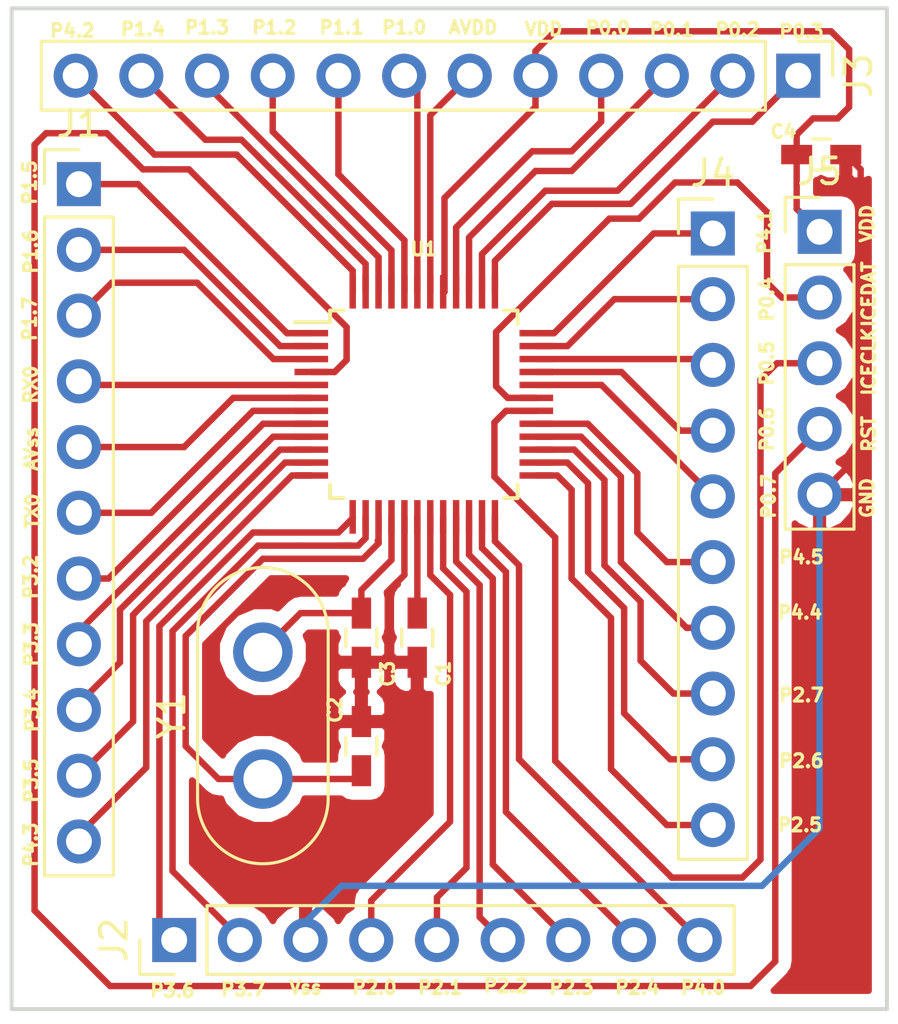
<source format=kicad_pcb>
(kicad_pcb (version 4) (host pcbnew 4.0.7)

  (general
    (links 57)
    (no_connects 0)
    (area 84.6045 46.8855 119.598 86.6415)
    (thickness 1.6)
    (drawings 53)
    (tracks 269)
    (zones 0)
    (modules 11)
    (nets 49)
  )

  (page A4)
  (layers
    (0 F.Cu signal)
    (31 B.Cu signal)
    (32 B.Adhes user)
    (33 F.Adhes user)
    (34 B.Paste user)
    (35 F.Paste user)
    (36 B.SilkS user)
    (37 F.SilkS user)
    (38 B.Mask user)
    (39 F.Mask user)
    (40 Dwgs.User user)
    (41 Cmts.User user)
    (42 Eco1.User user)
    (43 Eco2.User user)
    (44 Edge.Cuts user)
    (45 Margin user)
    (46 B.CrtYd user)
    (47 F.CrtYd user)
    (48 B.Fab user)
    (49 F.Fab user)
  )

  (setup
    (last_trace_width 0.25)
    (trace_clearance 0.2)
    (zone_clearance 0.508)
    (zone_45_only no)
    (trace_min 0.2)
    (segment_width 0.2)
    (edge_width 0.15)
    (via_size 0.6)
    (via_drill 0.4)
    (via_min_size 0.4)
    (via_min_drill 0.3)
    (uvia_size 0.3)
    (uvia_drill 0.1)
    (uvias_allowed no)
    (uvia_min_size 0.2)
    (uvia_min_drill 0.1)
    (pcb_text_width 0.3)
    (pcb_text_size 1.5 1.5)
    (mod_edge_width 0.15)
    (mod_text_size 1 1)
    (mod_text_width 0.15)
    (pad_size 1.524 1.524)
    (pad_drill 0.762)
    (pad_to_mask_clearance 0.2)
    (aux_axis_origin 0 0)
    (visible_elements 7FFFFFFF)
    (pcbplotparams
      (layerselection 0x00030_80000001)
      (usegerberextensions false)
      (excludeedgelayer true)
      (linewidth 0.100000)
      (plotframeref false)
      (viasonmask false)
      (mode 1)
      (useauxorigin false)
      (hpglpennumber 1)
      (hpglpenspeed 20)
      (hpglpendiameter 15)
      (hpglpenoverlay 2)
      (psnegative false)
      (psa4output false)
      (plotreference true)
      (plotvalue true)
      (plotinvisibletext false)
      (padsonsilk false)
      (subtractmaskfromsilk false)
      (outputformat 1)
      (mirror false)
      (drillshape 1)
      (scaleselection 1)
      (outputdirectory ""))
  )

  (net 0 "")
  (net 1 /18)
  (net 2 GND)
  (net 3 /15)
  (net 4 /16)
  (net 5 /ECHO2)
  (net 6 /ECHO1)
  (net 7 /TRIG1)
  (net 8 /RX0)
  (net 9 /NC1)
  (net 10 /TX0)
  (net 11 /R4)
  (net 12 /R3)
  (net 13 /R2)
  (net 14 /R1)
  (net 15 /C3)
  (net 16 /C2)
  (net 17 /C1)
  (net 18 /RS)
  (net 19 /EN)
  (net 20 /D4)
  (net 21 /D5)
  (net 22 /D6)
  (net 23 /D7)
  (net 24 /NC9)
  (net 25 /NC10)
  (net 26 /RTS1)
  (net 27 /CTS1)
  (net 28 VCC)
  (net 29 /NC11)
  (net 30 /NC12)
  (net 31 /DTR1)
  (net 32 /RX1)
  (net 33 /TX1)
  (net 34 /NC13)
  (net 35 /TRIG2)
  (net 36 /NC8)
  (net 37 /NC7)
  (net 38 /NC6)
  (net 39 /NC5)
  (net 40 /NC4)
  (net 41 /NC3)
  (net 42 /NC2)
  (net 43 /L1)
  (net 44 /L2)
  (net 45 /L3)
  (net 46 /ICE_DAT)
  (net 47 /ICE_CLK)
  (net 48 /RST)

  (net_class Default "This is the default net class."
    (clearance 0.2)
    (trace_width 0.25)
    (via_dia 0.6)
    (via_drill 0.4)
    (uvia_dia 0.3)
    (uvia_drill 0.1)
    (add_net /15)
    (add_net /16)
    (add_net /18)
    (add_net /C1)
    (add_net /C2)
    (add_net /C3)
    (add_net /CTS1)
    (add_net /D4)
    (add_net /D5)
    (add_net /D6)
    (add_net /D7)
    (add_net /DTR1)
    (add_net /ECHO1)
    (add_net /ECHO2)
    (add_net /EN)
    (add_net /ICE_CLK)
    (add_net /ICE_DAT)
    (add_net /L1)
    (add_net /L2)
    (add_net /L3)
    (add_net /NC1)
    (add_net /NC10)
    (add_net /NC11)
    (add_net /NC12)
    (add_net /NC13)
    (add_net /NC2)
    (add_net /NC3)
    (add_net /NC4)
    (add_net /NC5)
    (add_net /NC6)
    (add_net /NC7)
    (add_net /NC8)
    (add_net /NC9)
    (add_net /R1)
    (add_net /R2)
    (add_net /R3)
    (add_net /R4)
    (add_net /RS)
    (add_net /RST)
    (add_net /RTS1)
    (add_net /RX0)
    (add_net /RX1)
    (add_net /TRIG1)
    (add_net /TRIG2)
    (add_net /TX0)
    (add_net /TX1)
    (add_net GND)
    (add_net VCC)
  )

  (module Capacitors_SMD:C_0603_HandSoldering (layer F.Cu) (tedit 5AA62C2C) (tstamp 5AA6221A)
    (at 100.838 71.628 270)
    (descr "Capacitor SMD 0603, hand soldering")
    (tags "capacitor 0603")
    (path /5AA4955A)
    (attr smd)
    (fp_text reference C1 (at 1.397 -1.016 270) (layer F.SilkS)
      (effects (font (size 0.5 0.5) (thickness 0.125)))
    )
    (fp_text value 1uF (at 0.127 -1.016 270) (layer F.Fab)
      (effects (font (size 0.5 0.5) (thickness 0.125)))
    )
    (fp_text user %R (at -1.397 -1.016 270) (layer F.Fab)
      (effects (font (size 0.5 0.5) (thickness 0.125)))
    )
    (fp_line (start -0.8 0.4) (end -0.8 -0.4) (layer F.Fab) (width 0.1))
    (fp_line (start 0.8 0.4) (end -0.8 0.4) (layer F.Fab) (width 0.1))
    (fp_line (start 0.8 -0.4) (end 0.8 0.4) (layer F.Fab) (width 0.1))
    (fp_line (start -0.8 -0.4) (end 0.8 -0.4) (layer F.Fab) (width 0.1))
    (fp_line (start -0.35 -0.6) (end 0.35 -0.6) (layer F.SilkS) (width 0.12))
    (fp_line (start 0.35 0.6) (end -0.35 0.6) (layer F.SilkS) (width 0.12))
    (fp_line (start -1.8 -0.65) (end 1.8 -0.65) (layer F.CrtYd) (width 0.05))
    (fp_line (start -1.8 -0.65) (end -1.8 0.65) (layer F.CrtYd) (width 0.05))
    (fp_line (start 1.8 0.65) (end 1.8 -0.65) (layer F.CrtYd) (width 0.05))
    (fp_line (start 1.8 0.65) (end -1.8 0.65) (layer F.CrtYd) (width 0.05))
    (pad 1 smd rect (at -0.95 0 270) (size 1.2 0.75) (layers F.Cu F.Paste F.Mask)
      (net 1 /18))
    (pad 2 smd rect (at 0.95 0 270) (size 1.2 0.75) (layers F.Cu F.Paste F.Mask)
      (net 2 GND))
    (model Capacitors_SMD.3dshapes/C_0603.wrl
      (at (xyz 0 0 0))
      (scale (xyz 1 1 1))
      (rotate (xyz 0 0 0))
    )
  )

  (module Capacitors_SMD:C_0603_HandSoldering (layer F.Cu) (tedit 5AA620C2) (tstamp 5AA62220)
    (at 98.679 75.819 90)
    (descr "Capacitor SMD 0603, hand soldering")
    (tags "capacitor 0603")
    (path /5AA49B51)
    (attr smd)
    (fp_text reference C2 (at 1.397 -1.016 90) (layer F.SilkS)
      (effects (font (size 0.5 0.5) (thickness 0.125)))
    )
    (fp_text value 20pF (at -0.127 1.143 90) (layer F.Fab)
      (effects (font (size 0.5 0.5) (thickness 0.125)))
    )
    (fp_text user %R (at -1.524 -1.016 90) (layer F.Fab)
      (effects (font (size 0.5 0.5) (thickness 0.125)))
    )
    (fp_line (start -0.8 0.4) (end -0.8 -0.4) (layer F.Fab) (width 0.1))
    (fp_line (start 0.8 0.4) (end -0.8 0.4) (layer F.Fab) (width 0.1))
    (fp_line (start 0.8 -0.4) (end 0.8 0.4) (layer F.Fab) (width 0.1))
    (fp_line (start -0.8 -0.4) (end 0.8 -0.4) (layer F.Fab) (width 0.1))
    (fp_line (start -0.35 -0.6) (end 0.35 -0.6) (layer F.SilkS) (width 0.12))
    (fp_line (start 0.35 0.6) (end -0.35 0.6) (layer F.SilkS) (width 0.12))
    (fp_line (start -1.8 -0.65) (end 1.8 -0.65) (layer F.CrtYd) (width 0.05))
    (fp_line (start -1.8 -0.65) (end -1.8 0.65) (layer F.CrtYd) (width 0.05))
    (fp_line (start 1.8 0.65) (end 1.8 -0.65) (layer F.CrtYd) (width 0.05))
    (fp_line (start 1.8 0.65) (end -1.8 0.65) (layer F.CrtYd) (width 0.05))
    (pad 1 smd rect (at -0.95 0 90) (size 1.2 0.75) (layers F.Cu F.Paste F.Mask)
      (net 3 /15))
    (pad 2 smd rect (at 0.95 0 90) (size 1.2 0.75) (layers F.Cu F.Paste F.Mask)
      (net 2 GND))
    (model Capacitors_SMD.3dshapes/C_0603.wrl
      (at (xyz 0 0 0))
      (scale (xyz 1 1 1))
      (rotate (xyz 0 0 0))
    )
  )

  (module Capacitors_SMD:C_0603_HandSoldering (layer F.Cu) (tedit 5AA62C34) (tstamp 5AA62226)
    (at 98.679 71.628 270)
    (descr "Capacitor SMD 0603, hand soldering")
    (tags "capacitor 0603")
    (path /5AA49BF3)
    (attr smd)
    (fp_text reference C3 (at 1.397 -1.016 270) (layer F.SilkS)
      (effects (font (size 0.5 0.5) (thickness 0.125)))
    )
    (fp_text value 20pF (at 0 -1.016 270) (layer F.Fab)
      (effects (font (size 0.5 0.5) (thickness 0.125)))
    )
    (fp_text user %R (at -1.397 -1.016 270) (layer F.Fab)
      (effects (font (size 0.5 0.5) (thickness 0.125)))
    )
    (fp_line (start -0.8 0.4) (end -0.8 -0.4) (layer F.Fab) (width 0.1))
    (fp_line (start 0.8 0.4) (end -0.8 0.4) (layer F.Fab) (width 0.1))
    (fp_line (start 0.8 -0.4) (end 0.8 0.4) (layer F.Fab) (width 0.1))
    (fp_line (start -0.8 -0.4) (end 0.8 -0.4) (layer F.Fab) (width 0.1))
    (fp_line (start -0.35 -0.6) (end 0.35 -0.6) (layer F.SilkS) (width 0.12))
    (fp_line (start 0.35 0.6) (end -0.35 0.6) (layer F.SilkS) (width 0.12))
    (fp_line (start -1.8 -0.65) (end 1.8 -0.65) (layer F.CrtYd) (width 0.05))
    (fp_line (start -1.8 -0.65) (end -1.8 0.65) (layer F.CrtYd) (width 0.05))
    (fp_line (start 1.8 0.65) (end 1.8 -0.65) (layer F.CrtYd) (width 0.05))
    (fp_line (start 1.8 0.65) (end -1.8 0.65) (layer F.CrtYd) (width 0.05))
    (pad 1 smd rect (at -0.95 0 270) (size 1.2 0.75) (layers F.Cu F.Paste F.Mask)
      (net 4 /16))
    (pad 2 smd rect (at 0.95 0 270) (size 1.2 0.75) (layers F.Cu F.Paste F.Mask)
      (net 2 GND))
    (model Capacitors_SMD.3dshapes/C_0603.wrl
      (at (xyz 0 0 0))
      (scale (xyz 1 1 1))
      (rotate (xyz 0 0 0))
    )
  )

  (module Pin_Headers:Pin_Header_Straight_1x11_Pitch2.54mm (layer F.Cu) (tedit 5AA61EF8) (tstamp 5AA62235)
    (at 87.757 54.102)
    (descr "Through hole straight pin header, 1x11, 2.54mm pitch, single row")
    (tags "Through hole pin header THT 1x11 2.54mm single row")
    (path /5AA61CAC)
    (fp_text reference J1 (at 0 -2.33) (layer F.SilkS)
      (effects (font (size 1 1) (thickness 0.15)))
    )
    (fp_text value Conn_01x11 (at -2.54 11.938 90) (layer F.Fab)
      (effects (font (size 0.5 0.5) (thickness 0.125)))
    )
    (fp_line (start -0.635 -1.27) (end 1.27 -1.27) (layer F.Fab) (width 0.1))
    (fp_line (start 1.27 -1.27) (end 1.27 26.67) (layer F.Fab) (width 0.1))
    (fp_line (start 1.27 26.67) (end -1.27 26.67) (layer F.Fab) (width 0.1))
    (fp_line (start -1.27 26.67) (end -1.27 -0.635) (layer F.Fab) (width 0.1))
    (fp_line (start -1.27 -0.635) (end -0.635 -1.27) (layer F.Fab) (width 0.1))
    (fp_line (start -1.33 26.73) (end 1.33 26.73) (layer F.SilkS) (width 0.12))
    (fp_line (start -1.33 1.27) (end -1.33 26.73) (layer F.SilkS) (width 0.12))
    (fp_line (start 1.33 1.27) (end 1.33 26.73) (layer F.SilkS) (width 0.12))
    (fp_line (start -1.33 1.27) (end 1.33 1.27) (layer F.SilkS) (width 0.12))
    (fp_line (start -1.33 0) (end -1.33 -1.33) (layer F.SilkS) (width 0.12))
    (fp_line (start -1.33 -1.33) (end 0 -1.33) (layer F.SilkS) (width 0.12))
    (fp_line (start -1.8 -1.8) (end -1.8 27.2) (layer F.CrtYd) (width 0.05))
    (fp_line (start -1.8 27.2) (end 1.8 27.2) (layer F.CrtYd) (width 0.05))
    (fp_line (start 1.8 27.2) (end 1.8 -1.8) (layer F.CrtYd) (width 0.05))
    (fp_line (start 1.8 -1.8) (end -1.8 -1.8) (layer F.CrtYd) (width 0.05))
    (fp_text user %R (at 0 12.7 90) (layer F.Fab)
      (effects (font (size 1 1) (thickness 0.15)))
    )
    (pad 1 thru_hole rect (at 0 0) (size 1.7 1.7) (drill 1) (layers *.Cu *.Mask)
      (net 5 /ECHO2))
    (pad 2 thru_hole oval (at 0 2.54) (size 1.7 1.7) (drill 1) (layers *.Cu *.Mask)
      (net 6 /ECHO1))
    (pad 3 thru_hole oval (at 0 5.08) (size 1.7 1.7) (drill 1) (layers *.Cu *.Mask)
      (net 7 /TRIG1))
    (pad 4 thru_hole oval (at 0 7.62) (size 1.7 1.7) (drill 1) (layers *.Cu *.Mask)
      (net 8 /RX0))
    (pad 5 thru_hole oval (at 0 10.16) (size 1.7 1.7) (drill 1) (layers *.Cu *.Mask)
      (net 9 /NC1))
    (pad 6 thru_hole oval (at 0 12.7) (size 1.7 1.7) (drill 1) (layers *.Cu *.Mask)
      (net 10 /TX0))
    (pad 7 thru_hole oval (at 0 15.24) (size 1.7 1.7) (drill 1) (layers *.Cu *.Mask)
      (net 11 /R4))
    (pad 8 thru_hole oval (at 0 17.78) (size 1.7 1.7) (drill 1) (layers *.Cu *.Mask)
      (net 12 /R3))
    (pad 9 thru_hole oval (at 0 20.32) (size 1.7 1.7) (drill 1) (layers *.Cu *.Mask)
      (net 13 /R2))
    (pad 10 thru_hole oval (at 0 22.86) (size 1.7 1.7) (drill 1) (layers *.Cu *.Mask)
      (net 14 /R1))
    (pad 11 thru_hole oval (at 0 25.4) (size 1.7 1.7) (drill 1) (layers *.Cu *.Mask)
      (net 15 /C3))
    (model ${KISYS3DMOD}/Pin_Headers.3dshapes/Pin_Header_Straight_1x11_Pitch2.54mm.wrl
      (at (xyz 0 0 0))
      (scale (xyz 1 1 1))
      (rotate (xyz 0 0 0))
    )
  )

  (module Pin_Headers:Pin_Header_Straight_1x09_Pitch2.54mm locked (layer F.Cu) (tedit 5AA61F1B) (tstamp 5AA62242)
    (at 91.44 83.312 90)
    (descr "Through hole straight pin header, 1x09, 2.54mm pitch, single row")
    (tags "Through hole pin header THT 1x09 2.54mm single row")
    (path /5AA4A0F3)
    (fp_text reference J2 (at 0 -2.33 90) (layer F.SilkS)
      (effects (font (size 1 1) (thickness 0.15)))
    )
    (fp_text value Conn_01x09 (at -2.667 9.271 180) (layer F.Fab)
      (effects (font (size 0.5 0.5) (thickness 0.125)))
    )
    (fp_line (start -0.635 -1.27) (end 1.27 -1.27) (layer F.Fab) (width 0.1))
    (fp_line (start 1.27 -1.27) (end 1.27 21.59) (layer F.Fab) (width 0.1))
    (fp_line (start 1.27 21.59) (end -1.27 21.59) (layer F.Fab) (width 0.1))
    (fp_line (start -1.27 21.59) (end -1.27 -0.635) (layer F.Fab) (width 0.1))
    (fp_line (start -1.27 -0.635) (end -0.635 -1.27) (layer F.Fab) (width 0.1))
    (fp_line (start -1.33 21.65) (end 1.33 21.65) (layer F.SilkS) (width 0.12))
    (fp_line (start -1.33 1.27) (end -1.33 21.65) (layer F.SilkS) (width 0.12))
    (fp_line (start 1.33 1.27) (end 1.33 21.65) (layer F.SilkS) (width 0.12))
    (fp_line (start -1.33 1.27) (end 1.33 1.27) (layer F.SilkS) (width 0.12))
    (fp_line (start -1.33 0) (end -1.33 -1.33) (layer F.SilkS) (width 0.12))
    (fp_line (start -1.33 -1.33) (end 0 -1.33) (layer F.SilkS) (width 0.12))
    (fp_line (start -1.8 -1.8) (end -1.8 22.1) (layer F.CrtYd) (width 0.05))
    (fp_line (start -1.8 22.1) (end 1.8 22.1) (layer F.CrtYd) (width 0.05))
    (fp_line (start 1.8 22.1) (end 1.8 -1.8) (layer F.CrtYd) (width 0.05))
    (fp_line (start 1.8 -1.8) (end -1.8 -1.8) (layer F.CrtYd) (width 0.05))
    (fp_text user %R (at 0 10.16 180) (layer F.Fab)
      (effects (font (size 1 1) (thickness 0.15)))
    )
    (pad 1 thru_hole rect (at 0 0 90) (size 1.7 1.7) (drill 1) (layers *.Cu *.Mask)
      (net 16 /C2))
    (pad 2 thru_hole oval (at 0 2.54 90) (size 1.7 1.7) (drill 1) (layers *.Cu *.Mask)
      (net 17 /C1))
    (pad 3 thru_hole oval (at 0 5.08 90) (size 1.7 1.7) (drill 1) (layers *.Cu *.Mask)
      (net 2 GND))
    (pad 4 thru_hole oval (at 0 7.62 90) (size 1.7 1.7) (drill 1) (layers *.Cu *.Mask)
      (net 18 /RS))
    (pad 5 thru_hole oval (at 0 10.16 90) (size 1.7 1.7) (drill 1) (layers *.Cu *.Mask)
      (net 19 /EN))
    (pad 6 thru_hole oval (at 0 12.7 90) (size 1.7 1.7) (drill 1) (layers *.Cu *.Mask)
      (net 20 /D4))
    (pad 7 thru_hole oval (at 0 15.24 90) (size 1.7 1.7) (drill 1) (layers *.Cu *.Mask)
      (net 21 /D5))
    (pad 8 thru_hole oval (at 0 17.78 90) (size 1.7 1.7) (drill 1) (layers *.Cu *.Mask)
      (net 22 /D6))
    (pad 9 thru_hole oval (at 0 20.32 90) (size 1.7 1.7) (drill 1) (layers *.Cu *.Mask)
      (net 23 /D7))
    (model ${KISYS3DMOD}/Pin_Headers.3dshapes/Pin_Header_Straight_1x09_Pitch2.54mm.wrl
      (at (xyz 0 0 0))
      (scale (xyz 1 1 1))
      (rotate (xyz 0 0 0))
    )
  )

  (module Pin_Headers:Pin_Header_Straight_1x12_Pitch2.54mm (layer F.Cu) (tedit 5AA661EA) (tstamp 5AA62252)
    (at 115.57 49.911 270)
    (descr "Through hole straight pin header, 1x12, 2.54mm pitch, single row")
    (tags "Through hole pin header THT 1x12 2.54mm single row")
    (path /5AA47FF7)
    (fp_text reference J3 (at 0 -2.33 270) (layer F.SilkS)
      (effects (font (size 1 1) (thickness 0.15)))
    )
    (fp_text value Conn_01x12 (at -2.413 15.367 360) (layer F.Fab)
      (effects (font (size 0.5 0.5) (thickness 0.125)))
    )
    (fp_line (start -0.635 -1.27) (end 1.27 -1.27) (layer F.Fab) (width 0.1))
    (fp_line (start 1.27 -1.27) (end 1.27 29.21) (layer F.Fab) (width 0.1))
    (fp_line (start 1.27 29.21) (end -1.27 29.21) (layer F.Fab) (width 0.1))
    (fp_line (start -1.27 29.21) (end -1.27 -0.635) (layer F.Fab) (width 0.1))
    (fp_line (start -1.27 -0.635) (end -0.635 -1.27) (layer F.Fab) (width 0.1))
    (fp_line (start -1.33 29.27) (end 1.33 29.27) (layer F.SilkS) (width 0.12))
    (fp_line (start -1.33 1.27) (end -1.33 29.27) (layer F.SilkS) (width 0.12))
    (fp_line (start 1.33 1.27) (end 1.33 29.27) (layer F.SilkS) (width 0.12))
    (fp_line (start -1.33 1.27) (end 1.33 1.27) (layer F.SilkS) (width 0.12))
    (fp_line (start -1.33 0) (end -1.33 -1.33) (layer F.SilkS) (width 0.12))
    (fp_line (start -1.33 -1.33) (end 0 -1.33) (layer F.SilkS) (width 0.12))
    (fp_line (start -1.8 -1.8) (end -1.8 29.75) (layer F.CrtYd) (width 0.05))
    (fp_line (start -1.8 29.75) (end 1.8 29.75) (layer F.CrtYd) (width 0.05))
    (fp_line (start 1.8 29.75) (end 1.8 -1.8) (layer F.CrtYd) (width 0.05))
    (fp_line (start 1.8 -1.8) (end -1.8 -1.8) (layer F.CrtYd) (width 0.05))
    (fp_text user %R (at 0 13.97 360) (layer F.Fab)
      (effects (font (size 1 1) (thickness 0.15)))
    )
    (pad 1 thru_hole rect (at 0 0 270) (size 1.7 1.7) (drill 1) (layers *.Cu *.Mask)
      (net 24 /NC9))
    (pad 2 thru_hole oval (at 0 2.54 270) (size 1.7 1.7) (drill 1) (layers *.Cu *.Mask)
      (net 25 /NC10))
    (pad 3 thru_hole oval (at 0 5.08 270) (size 1.7 1.7) (drill 1) (layers *.Cu *.Mask)
      (net 26 /RTS1))
    (pad 4 thru_hole oval (at 0 7.62 270) (size 1.7 1.7) (drill 1) (layers *.Cu *.Mask)
      (net 27 /CTS1))
    (pad 5 thru_hole oval (at 0 10.16 270) (size 1.7 1.7) (drill 1) (layers *.Cu *.Mask)
      (net 28 VCC))
    (pad 6 thru_hole oval (at 0 12.7 270) (size 1.7 1.7) (drill 1) (layers *.Cu *.Mask)
      (net 29 /NC11))
    (pad 7 thru_hole oval (at 0 15.24 270) (size 1.7 1.7) (drill 1) (layers *.Cu *.Mask)
      (net 30 /NC12))
    (pad 8 thru_hole oval (at 0 17.78 270) (size 1.7 1.7) (drill 1) (layers *.Cu *.Mask)
      (net 31 /DTR1))
    (pad 9 thru_hole oval (at 0 20.32 270) (size 1.7 1.7) (drill 1) (layers *.Cu *.Mask)
      (net 32 /RX1))
    (pad 10 thru_hole oval (at 0 22.86 270) (size 1.7 1.7) (drill 1) (layers *.Cu *.Mask)
      (net 33 /TX1))
    (pad 11 thru_hole oval (at 0 25.4 270) (size 1.7 1.7) (drill 1) (layers *.Cu *.Mask)
      (net 34 /NC13))
    (pad 12 thru_hole oval (at 0 27.94 270) (size 1.7 1.7) (drill 1) (layers *.Cu *.Mask)
      (net 35 /TRIG2))
    (model ${KISYS3DMOD}/Pin_Headers.3dshapes/Pin_Header_Straight_1x12_Pitch2.54mm.wrl
      (at (xyz 0 0 0))
      (scale (xyz 1 1 1))
      (rotate (xyz 0 0 0))
    )
  )

  (module Pin_Headers:Pin_Header_Straight_1x10_Pitch2.54mm (layer F.Cu) (tedit 5AA61F48) (tstamp 5AA62260)
    (at 112.268 56.007)
    (descr "Through hole straight pin header, 1x10, 2.54mm pitch, single row")
    (tags "Through hole pin header THT 1x10 2.54mm single row")
    (path /5AA62472)
    (fp_text reference J4 (at 0 -2.33) (layer F.SilkS)
      (effects (font (size 1 1) (thickness 0.15)))
    )
    (fp_text value Conn_01x10 (at 2.667 14.351 90) (layer F.Fab)
      (effects (font (size 0.5 0.5) (thickness 0.125)))
    )
    (fp_line (start -0.635 -1.27) (end 1.27 -1.27) (layer F.Fab) (width 0.1))
    (fp_line (start 1.27 -1.27) (end 1.27 24.13) (layer F.Fab) (width 0.1))
    (fp_line (start 1.27 24.13) (end -1.27 24.13) (layer F.Fab) (width 0.1))
    (fp_line (start -1.27 24.13) (end -1.27 -0.635) (layer F.Fab) (width 0.1))
    (fp_line (start -1.27 -0.635) (end -0.635 -1.27) (layer F.Fab) (width 0.1))
    (fp_line (start -1.33 24.19) (end 1.33 24.19) (layer F.SilkS) (width 0.12))
    (fp_line (start -1.33 1.27) (end -1.33 24.19) (layer F.SilkS) (width 0.12))
    (fp_line (start 1.33 1.27) (end 1.33 24.19) (layer F.SilkS) (width 0.12))
    (fp_line (start -1.33 1.27) (end 1.33 1.27) (layer F.SilkS) (width 0.12))
    (fp_line (start -1.33 0) (end -1.33 -1.33) (layer F.SilkS) (width 0.12))
    (fp_line (start -1.33 -1.33) (end 0 -1.33) (layer F.SilkS) (width 0.12))
    (fp_line (start -1.8 -1.8) (end -1.8 24.65) (layer F.CrtYd) (width 0.05))
    (fp_line (start -1.8 24.65) (end 1.8 24.65) (layer F.CrtYd) (width 0.05))
    (fp_line (start 1.8 24.65) (end 1.8 -1.8) (layer F.CrtYd) (width 0.05))
    (fp_line (start 1.8 -1.8) (end -1.8 -1.8) (layer F.CrtYd) (width 0.05))
    (fp_text user %R (at 0 11.43 90) (layer F.Fab)
      (effects (font (size 1 1) (thickness 0.15)))
    )
    (pad 1 thru_hole rect (at 0 0) (size 1.7 1.7) (drill 1) (layers *.Cu *.Mask)
      (net 36 /NC8))
    (pad 2 thru_hole oval (at 0 2.54) (size 1.7 1.7) (drill 1) (layers *.Cu *.Mask)
      (net 37 /NC7))
    (pad 3 thru_hole oval (at 0 5.08) (size 1.7 1.7) (drill 1) (layers *.Cu *.Mask)
      (net 38 /NC6))
    (pad 4 thru_hole oval (at 0 7.62) (size 1.7 1.7) (drill 1) (layers *.Cu *.Mask)
      (net 39 /NC5))
    (pad 5 thru_hole oval (at 0 10.16) (size 1.7 1.7) (drill 1) (layers *.Cu *.Mask)
      (net 40 /NC4))
    (pad 6 thru_hole oval (at 0 12.7) (size 1.7 1.7) (drill 1) (layers *.Cu *.Mask)
      (net 41 /NC3))
    (pad 7 thru_hole oval (at 0 15.24) (size 1.7 1.7) (drill 1) (layers *.Cu *.Mask)
      (net 42 /NC2))
    (pad 8 thru_hole oval (at 0 17.78) (size 1.7 1.7) (drill 1) (layers *.Cu *.Mask)
      (net 43 /L1))
    (pad 9 thru_hole oval (at 0 20.32) (size 1.7 1.7) (drill 1) (layers *.Cu *.Mask)
      (net 44 /L2))
    (pad 10 thru_hole oval (at 0 22.86) (size 1.7 1.7) (drill 1) (layers *.Cu *.Mask)
      (net 45 /L3))
    (model ${KISYS3DMOD}/Pin_Headers.3dshapes/Pin_Header_Straight_1x10_Pitch2.54mm.wrl
      (at (xyz 0 0 0))
      (scale (xyz 1 1 1))
      (rotate (xyz 0 0 0))
    )
  )

  (module Pin_Headers:Pin_Header_Straight_1x05_Pitch2.54mm (layer F.Cu) (tedit 5AA644FD) (tstamp 5AA62269)
    (at 116.3955 55.9435)
    (descr "Through hole straight pin header, 1x05, 2.54mm pitch, single row")
    (tags "Through hole pin header THT 1x05 2.54mm single row")
    (path /5AA62B5D)
    (fp_text reference J5 (at 0 -2.33) (layer F.SilkS)
      (effects (font (size 1 1) (thickness 0.15)))
    )
    (fp_text value Conn_01x05 (at 2.54 6.35 90) (layer F.Fab)
      (effects (font (size 0.5 0.5) (thickness 0.125)))
    )
    (fp_line (start -0.635 -1.27) (end 1.27 -1.27) (layer F.Fab) (width 0.1))
    (fp_line (start 1.27 -1.27) (end 1.27 11.43) (layer F.Fab) (width 0.1))
    (fp_line (start 1.27 11.43) (end -1.27 11.43) (layer F.Fab) (width 0.1))
    (fp_line (start -1.27 11.43) (end -1.27 -0.635) (layer F.Fab) (width 0.1))
    (fp_line (start -1.27 -0.635) (end -0.635 -1.27) (layer F.Fab) (width 0.1))
    (fp_line (start -1.33 11.49) (end 1.33 11.49) (layer F.SilkS) (width 0.12))
    (fp_line (start -1.33 1.27) (end -1.33 11.49) (layer F.SilkS) (width 0.12))
    (fp_line (start 1.33 1.27) (end 1.33 11.49) (layer F.SilkS) (width 0.12))
    (fp_line (start -1.33 1.27) (end 1.33 1.27) (layer F.SilkS) (width 0.12))
    (fp_line (start -1.33 0) (end -1.33 -1.33) (layer F.SilkS) (width 0.12))
    (fp_line (start -1.33 -1.33) (end 0 -1.33) (layer F.SilkS) (width 0.12))
    (fp_line (start -1.8 -1.8) (end -1.8 11.95) (layer F.CrtYd) (width 0.05))
    (fp_line (start -1.8 11.95) (end 1.8 11.95) (layer F.CrtYd) (width 0.05))
    (fp_line (start 1.8 11.95) (end 1.8 -1.8) (layer F.CrtYd) (width 0.05))
    (fp_line (start 1.8 -1.8) (end -1.8 -1.8) (layer F.CrtYd) (width 0.05))
    (fp_text user %R (at 0 5.08 90) (layer F.Fab)
      (effects (font (size 1 1) (thickness 0.15)))
    )
    (pad 1 thru_hole rect (at 0 0) (size 1.7 1.7) (drill 1) (layers *.Cu *.Mask)
      (net 28 VCC))
    (pad 2 thru_hole oval (at 0 2.54) (size 1.7 1.7) (drill 1) (layers *.Cu *.Mask)
      (net 46 /ICE_DAT))
    (pad 3 thru_hole oval (at 0 5.08) (size 1.7 1.7) (drill 1) (layers *.Cu *.Mask)
      (net 47 /ICE_CLK))
    (pad 4 thru_hole oval (at 0 7.62) (size 1.7 1.7) (drill 1) (layers *.Cu *.Mask)
      (net 48 /RST))
    (pad 5 thru_hole oval (at 0 10.16) (size 1.7 1.7) (drill 1) (layers *.Cu *.Mask)
      (net 2 GND))
    (model ${KISYS3DMOD}/Pin_Headers.3dshapes/Pin_Header_Straight_1x05_Pitch2.54mm.wrl
      (at (xyz 0 0 0))
      (scale (xyz 1 1 1))
      (rotate (xyz 0 0 0))
    )
  )

  (module Housings_QFP:LQFP-48_7x7mm_Pitch0.5mm (layer F.Cu) (tedit 5AA62B26) (tstamp 5AA6229D)
    (at 101.092 62.611)
    (descr "48 LEAD LQFP 7x7mm (see MICREL LQFP7x7-48LD-PL-1.pdf)")
    (tags "QFP 0.5")
    (path /5AA47F5B)
    (attr smd)
    (fp_text reference U1 (at 0 -6) (layer F.SilkS)
      (effects (font (size 0.5 0.5) (thickness 0.125)))
    )
    (fp_text value M0516LDN (at 5.588 4.826) (layer F.Fab)
      (effects (font (size 0.5 0.5) (thickness 0.125)))
    )
    (fp_text user %R (at 2.032 -2.286) (layer F.Fab)
      (effects (font (size 0.5 0.5) (thickness 0.125)))
    )
    (fp_line (start -2.5 -3.5) (end 3.5 -3.5) (layer F.Fab) (width 0.15))
    (fp_line (start 3.5 -3.5) (end 3.5 3.5) (layer F.Fab) (width 0.15))
    (fp_line (start 3.5 3.5) (end -3.5 3.5) (layer F.Fab) (width 0.15))
    (fp_line (start -3.5 3.5) (end -3.5 -2.5) (layer F.Fab) (width 0.15))
    (fp_line (start -3.5 -2.5) (end -2.5 -3.5) (layer F.Fab) (width 0.15))
    (fp_line (start -5.25 -5.25) (end -5.25 5.25) (layer F.CrtYd) (width 0.05))
    (fp_line (start 5.25 -5.25) (end 5.25 5.25) (layer F.CrtYd) (width 0.05))
    (fp_line (start -5.25 -5.25) (end 5.25 -5.25) (layer F.CrtYd) (width 0.05))
    (fp_line (start -5.25 5.25) (end 5.25 5.25) (layer F.CrtYd) (width 0.05))
    (fp_line (start -3.625 -3.625) (end -3.625 -3.175) (layer F.SilkS) (width 0.15))
    (fp_line (start 3.625 -3.625) (end 3.625 -3.1) (layer F.SilkS) (width 0.15))
    (fp_line (start 3.625 3.625) (end 3.625 3.1) (layer F.SilkS) (width 0.15))
    (fp_line (start -3.625 3.625) (end -3.625 3.1) (layer F.SilkS) (width 0.15))
    (fp_line (start -3.625 -3.625) (end -3.1 -3.625) (layer F.SilkS) (width 0.15))
    (fp_line (start -3.625 3.625) (end -3.1 3.625) (layer F.SilkS) (width 0.15))
    (fp_line (start 3.625 3.625) (end 3.1 3.625) (layer F.SilkS) (width 0.15))
    (fp_line (start 3.625 -3.625) (end 3.1 -3.625) (layer F.SilkS) (width 0.15))
    (fp_line (start -3.625 -3.175) (end -5 -3.175) (layer F.SilkS) (width 0.15))
    (pad 1 smd rect (at -4.35 -2.75) (size 1.3 0.25) (layers F.Cu F.Paste F.Mask)
      (net 5 /ECHO2))
    (pad 2 smd rect (at -4.35 -2.25) (size 1.3 0.25) (layers F.Cu F.Paste F.Mask)
      (net 6 /ECHO1))
    (pad 3 smd rect (at -4.35 -1.75) (size 1.3 0.25) (layers F.Cu F.Paste F.Mask)
      (net 7 /TRIG1))
    (pad 4 smd rect (at -4.35 -1.25) (size 1.3 0.25) (layers F.Cu F.Paste F.Mask)
      (net 48 /RST))
    (pad 5 smd rect (at -4.35 -0.75) (size 1.3 0.25) (layers F.Cu F.Paste F.Mask)
      (net 8 /RX0))
    (pad 6 smd rect (at -4.35 -0.25) (size 1.3 0.25) (layers F.Cu F.Paste F.Mask)
      (net 9 /NC1))
    (pad 7 smd rect (at -4.35 0.25) (size 1.3 0.25) (layers F.Cu F.Paste F.Mask)
      (net 10 /TX0))
    (pad 8 smd rect (at -4.35 0.75) (size 1.3 0.25) (layers F.Cu F.Paste F.Mask)
      (net 11 /R4))
    (pad 9 smd rect (at -4.35 1.25) (size 1.3 0.25) (layers F.Cu F.Paste F.Mask)
      (net 12 /R3))
    (pad 10 smd rect (at -4.35 1.75) (size 1.3 0.25) (layers F.Cu F.Paste F.Mask)
      (net 13 /R2))
    (pad 11 smd rect (at -4.35 2.25) (size 1.3 0.25) (layers F.Cu F.Paste F.Mask)
      (net 14 /R1))
    (pad 12 smd rect (at -4.35 2.75) (size 1.3 0.25) (layers F.Cu F.Paste F.Mask)
      (net 15 /C3))
    (pad 13 smd rect (at -2.75 4.35 90) (size 1.3 0.25) (layers F.Cu F.Paste F.Mask)
      (net 16 /C2))
    (pad 14 smd rect (at -2.25 4.35 90) (size 1.3 0.25) (layers F.Cu F.Paste F.Mask)
      (net 17 /C1))
    (pad 15 smd rect (at -1.75 4.35 90) (size 1.3 0.25) (layers F.Cu F.Paste F.Mask)
      (net 3 /15))
    (pad 16 smd rect (at -1.25 4.35 90) (size 1.3 0.25) (layers F.Cu F.Paste F.Mask)
      (net 4 /16))
    (pad 17 smd rect (at -0.75 4.35 90) (size 1.3 0.25) (layers F.Cu F.Paste F.Mask)
      (net 2 GND))
    (pad 18 smd rect (at -0.25 4.35 90) (size 1.3 0.25) (layers F.Cu F.Paste F.Mask)
      (net 1 /18))
    (pad 19 smd rect (at 0.25 4.35 90) (size 1.3 0.25) (layers F.Cu F.Paste F.Mask)
      (net 18 /RS))
    (pad 20 smd rect (at 0.75 4.35 90) (size 1.3 0.25) (layers F.Cu F.Paste F.Mask)
      (net 19 /EN))
    (pad 21 smd rect (at 1.25 4.35 90) (size 1.3 0.25) (layers F.Cu F.Paste F.Mask)
      (net 20 /D4))
    (pad 22 smd rect (at 1.75 4.35 90) (size 1.3 0.25) (layers F.Cu F.Paste F.Mask)
      (net 21 /D5))
    (pad 23 smd rect (at 2.25 4.35 90) (size 1.3 0.25) (layers F.Cu F.Paste F.Mask)
      (net 22 /D6))
    (pad 24 smd rect (at 2.75 4.35 90) (size 1.3 0.25) (layers F.Cu F.Paste F.Mask)
      (net 23 /D7))
    (pad 25 smd rect (at 4.35 2.75) (size 1.3 0.25) (layers F.Cu F.Paste F.Mask)
      (net 45 /L3))
    (pad 26 smd rect (at 4.35 2.25) (size 1.3 0.25) (layers F.Cu F.Paste F.Mask)
      (net 44 /L2))
    (pad 27 smd rect (at 4.35 1.75) (size 1.3 0.25) (layers F.Cu F.Paste F.Mask)
      (net 43 /L1))
    (pad 28 smd rect (at 4.35 1.25) (size 1.3 0.25) (layers F.Cu F.Paste F.Mask)
      (net 42 /NC2))
    (pad 29 smd rect (at 4.35 0.75) (size 1.3 0.25) (layers F.Cu F.Paste F.Mask)
      (net 41 /NC3))
    (pad 30 smd rect (at 4.35 0.25) (size 1.3 0.25) (layers F.Cu F.Paste F.Mask)
      (net 47 /ICE_CLK))
    (pad 31 smd rect (at 4.35 -0.25) (size 1.3 0.25) (layers F.Cu F.Paste F.Mask)
      (net 46 /ICE_DAT))
    (pad 32 smd rect (at 4.35 -0.75) (size 1.3 0.25) (layers F.Cu F.Paste F.Mask)
      (net 40 /NC4))
    (pad 33 smd rect (at 4.35 -1.25) (size 1.3 0.25) (layers F.Cu F.Paste F.Mask)
      (net 39 /NC5))
    (pad 34 smd rect (at 4.35 -1.75) (size 1.3 0.25) (layers F.Cu F.Paste F.Mask)
      (net 38 /NC6))
    (pad 35 smd rect (at 4.35 -2.25) (size 1.3 0.25) (layers F.Cu F.Paste F.Mask)
      (net 37 /NC7))
    (pad 36 smd rect (at 4.35 -2.75) (size 1.3 0.25) (layers F.Cu F.Paste F.Mask)
      (net 36 /NC8))
    (pad 37 smd rect (at 2.75 -4.35 90) (size 1.3 0.25) (layers F.Cu F.Paste F.Mask)
      (net 24 /NC9))
    (pad 38 smd rect (at 2.25 -4.35 90) (size 1.3 0.25) (layers F.Cu F.Paste F.Mask)
      (net 25 /NC10))
    (pad 39 smd rect (at 1.75 -4.35 90) (size 1.3 0.25) (layers F.Cu F.Paste F.Mask)
      (net 26 /RTS1))
    (pad 40 smd rect (at 1.25 -4.35 90) (size 1.3 0.25) (layers F.Cu F.Paste F.Mask)
      (net 27 /CTS1))
    (pad 41 smd rect (at 0.75 -4.35 90) (size 1.3 0.25) (layers F.Cu F.Paste F.Mask)
      (net 28 VCC))
    (pad 42 smd rect (at 0.25 -4.35 90) (size 1.3 0.25) (layers F.Cu F.Paste F.Mask)
      (net 29 /NC11))
    (pad 43 smd rect (at -0.25 -4.35 90) (size 1.3 0.25) (layers F.Cu F.Paste F.Mask)
      (net 30 /NC12))
    (pad 44 smd rect (at -0.75 -4.35 90) (size 1.3 0.25) (layers F.Cu F.Paste F.Mask)
      (net 31 /DTR1))
    (pad 45 smd rect (at -1.25 -4.35 90) (size 1.3 0.25) (layers F.Cu F.Paste F.Mask)
      (net 32 /RX1))
    (pad 46 smd rect (at -1.75 -4.35 90) (size 1.3 0.25) (layers F.Cu F.Paste F.Mask)
      (net 33 /TX1))
    (pad 47 smd rect (at -2.25 -4.35 90) (size 1.3 0.25) (layers F.Cu F.Paste F.Mask)
      (net 34 /NC13))
    (pad 48 smd rect (at -2.75 -4.35 90) (size 1.3 0.25) (layers F.Cu F.Paste F.Mask)
      (net 35 /TRIG2))
    (model ${KISYS3DMOD}/Housings_QFP.3dshapes/LQFP-48_7x7mm_Pitch0.5mm.wrl
      (at (xyz 0 0 0))
      (scale (xyz 1 1 1))
      (rotate (xyz 0 0 0))
    )
  )

  (module Crystals:Crystal_HC50_Vertical (layer F.Cu) (tedit 5AA62BD3) (tstamp 5AA62B9C)
    (at 94.869 77.089 90)
    (descr "Crystal THT HC-50, http://www.crovencrystals.com/croven_pdf/HC-50_Crystal_Holder_Rev_00.pdf")
    (tags "THT crystalHC-50")
    (path /5AA4994F)
    (fp_text reference Y1 (at 2.45 -3.525 90) (layer F.SilkS)
      (effects (font (size 1 1) (thickness 0.15)))
    )
    (fp_text value Crystal (at 2.54 -1.651 90) (layer F.Fab)
      (effects (font (size 1 1) (thickness 0.15)))
    )
    (fp_text user %R (at 2.45 0 90) (layer F.Fab)
      (effects (font (size 1 1) (thickness 0.15)))
    )
    (fp_line (start -0.75 -2.325) (end 5.65 -2.325) (layer F.Fab) (width 0.1))
    (fp_line (start -0.75 2.325) (end 5.65 2.325) (layer F.Fab) (width 0.1))
    (fp_line (start -0.75 -1.9) (end 5.65 -1.9) (layer F.Fab) (width 0.1))
    (fp_line (start -0.75 1.9) (end 5.65 1.9) (layer F.Fab) (width 0.1))
    (fp_line (start -0.75 -2.525) (end 5.65 -2.525) (layer F.SilkS) (width 0.12))
    (fp_line (start -0.75 2.525) (end 5.65 2.525) (layer F.SilkS) (width 0.12))
    (fp_line (start -3.6 -2.8) (end -3.6 2.8) (layer F.CrtYd) (width 0.05))
    (fp_line (start -3.6 2.8) (end 8.5 2.8) (layer F.CrtYd) (width 0.05))
    (fp_line (start 8.5 2.8) (end 8.5 -2.8) (layer F.CrtYd) (width 0.05))
    (fp_line (start 8.5 -2.8) (end -3.6 -2.8) (layer F.CrtYd) (width 0.05))
    (fp_arc (start -0.75 0) (end -0.75 -2.325) (angle -180) (layer F.Fab) (width 0.1))
    (fp_arc (start 5.65 0) (end 5.65 -2.325) (angle 180) (layer F.Fab) (width 0.1))
    (fp_arc (start -0.75 0) (end -0.75 -1.9) (angle -180) (layer F.Fab) (width 0.1))
    (fp_arc (start 5.65 0) (end 5.65 -1.9) (angle 180) (layer F.Fab) (width 0.1))
    (fp_arc (start -0.75 0) (end -0.75 -2.525) (angle -180) (layer F.SilkS) (width 0.12))
    (fp_arc (start 5.65 0) (end 5.65 -2.525) (angle 180) (layer F.SilkS) (width 0.12))
    (pad 1 thru_hole circle (at 0 0 90) (size 2.3 2.3) (drill 1.5) (layers *.Cu *.Mask)
      (net 3 /15))
    (pad 2 thru_hole circle (at 4.9 0 90) (size 2.3 2.3) (drill 1.5) (layers *.Cu *.Mask)
      (net 4 /16))
    (model ${KISYS3DMOD}/Crystals.3dshapes/Crystal_HC50_Vertical.wrl
      (at (xyz 0 0 0))
      (scale (xyz 0.393701 0.393701 0.393701))
      (rotate (xyz 0 0 0))
    )
  )

  (module Capacitors_SMD:C_0603_HandSoldering (layer F.Cu) (tedit 5AA660AB) (tstamp 5AA65D60)
    (at 116.459 52.959)
    (descr "Capacitor SMD 0603, hand soldering")
    (tags "capacitor 0603")
    (path /5AA65C1F)
    (attr smd)
    (fp_text reference C4 (at -1.4605 -0.889) (layer F.SilkS)
      (effects (font (size 0.5 0.5) (thickness 0.125)))
    )
    (fp_text value 0.1uF (at -1.8415 0.762) (layer F.Fab)
      (effects (font (size 0.5 0.5) (thickness 0.125)))
    )
    (fp_text user %R (at 1.3335 -0.889) (layer F.Fab)
      (effects (font (size 0.5 0.5) (thickness 0.125)))
    )
    (fp_line (start -0.8 0.4) (end -0.8 -0.4) (layer F.Fab) (width 0.1))
    (fp_line (start 0.8 0.4) (end -0.8 0.4) (layer F.Fab) (width 0.1))
    (fp_line (start 0.8 -0.4) (end 0.8 0.4) (layer F.Fab) (width 0.1))
    (fp_line (start -0.8 -0.4) (end 0.8 -0.4) (layer F.Fab) (width 0.1))
    (fp_line (start -0.35 -0.6) (end 0.35 -0.6) (layer F.SilkS) (width 0.12))
    (fp_line (start 0.35 0.6) (end -0.35 0.6) (layer F.SilkS) (width 0.12))
    (fp_line (start -1.8 -0.65) (end 1.8 -0.65) (layer F.CrtYd) (width 0.05))
    (fp_line (start -1.8 -0.65) (end -1.8 0.65) (layer F.CrtYd) (width 0.05))
    (fp_line (start 1.8 0.65) (end 1.8 -0.65) (layer F.CrtYd) (width 0.05))
    (fp_line (start 1.8 0.65) (end -1.8 0.65) (layer F.CrtYd) (width 0.05))
    (pad 1 smd rect (at -0.95 0) (size 1.2 0.75) (layers F.Cu F.Paste F.Mask)
      (net 28 VCC))
    (pad 2 smd rect (at 0.95 0) (size 1.2 0.75) (layers F.Cu F.Paste F.Mask)
      (net 2 GND))
    (model Capacitors_SMD.3dshapes/C_0603.wrl
      (at (xyz 0 0 0))
      (scale (xyz 1 1 1))
      (rotate (xyz 0 0 0))
    )
  )

  (gr_text "VDD\n" (at 118.237 55.626 90) (layer F.SilkS)
    (effects (font (size 0.5 0.5) (thickness 0.125)))
  )
  (gr_text "GND\n" (at 118.237 66.2305 90) (layer F.SilkS)
    (effects (font (size 0.5 0.5) (thickness 0.125)))
  )
  (gr_text RST (at 118.3005 63.754 90) (layer F.SilkS)
    (effects (font (size 0.5 0.5) (thickness 0.125)))
  )
  (gr_text ICECLK (at 118.3005 60.96 90) (layer F.SilkS)
    (effects (font (size 0.5 0.5) (thickness 0.125)))
  )
  (gr_text "ICEDAT\n" (at 118.3005 58.3565 90) (layer F.SilkS)
    (effects (font (size 0.5 0.5) (thickness 0.125)))
  )
  (gr_text "P4.2\n\n" (at 87.503 48.5775) (layer F.SilkS)
    (effects (font (size 0.5 0.5) (thickness 0.125)))
  )
  (gr_text "P1.4\n\n" (at 90.2335 48.514) (layer F.SilkS)
    (effects (font (size 0.5 0.5) (thickness 0.125)))
  )
  (gr_text "P1.3\n\n" (at 92.71 48.4505) (layer F.SilkS)
    (effects (font (size 0.5 0.5) (thickness 0.125)))
  )
  (gr_text "P1.2\n\n" (at 95.3135 48.4505) (layer F.SilkS)
    (effects (font (size 0.5 0.5) (thickness 0.125)))
  )
  (gr_text "P1.1\n\n" (at 97.917 48.4505) (layer F.SilkS)
    (effects (font (size 0.5 0.5) (thickness 0.125)))
  )
  (gr_text "P1.0\n\n" (at 100.33 48.4505) (layer F.SilkS)
    (effects (font (size 0.5 0.5) (thickness 0.125)))
  )
  (gr_text "AVDD\n\n" (at 102.997 48.4505) (layer F.SilkS)
    (effects (font (size 0.5 0.5) (thickness 0.125)))
  )
  (gr_text "VDD\n\n" (at 105.7275 48.514) (layer F.SilkS)
    (effects (font (size 0.5 0.5) (thickness 0.125)))
  )
  (gr_text "P0.0\n" (at 108.204 48.0695) (layer F.SilkS)
    (effects (font (size 0.5 0.5) (thickness 0.125)))
  )
  (gr_text "P0.1\n" (at 110.6805 48.133) (layer F.SilkS)
    (effects (font (size 0.5 0.5) (thickness 0.125)))
  )
  (gr_text "P0.2\n" (at 113.2205 48.133) (layer F.SilkS)
    (effects (font (size 0.5 0.5) (thickness 0.125)))
  )
  (gr_text "P0.3\n" (at 115.697 48.1965) (layer F.SilkS)
    (effects (font (size 0.5 0.5) (thickness 0.125)))
  )
  (gr_text "P4.1\n\n" (at 114.681 55.9435 90) (layer F.SilkS)
    (effects (font (size 0.5 0.5) (thickness 0.125)))
  )
  (gr_text "P0.4\n" (at 114.3635 58.547 90) (layer F.SilkS)
    (effects (font (size 0.5 0.5) (thickness 0.125)))
  )
  (gr_text "P0.5\n" (at 114.3635 61.0235 90) (layer F.SilkS)
    (effects (font (size 0.5 0.5) (thickness 0.125)))
  )
  (gr_text "P0.6\n" (at 114.3635 63.5635 90) (layer F.SilkS)
    (effects (font (size 0.5 0.5) (thickness 0.125)))
  )
  (gr_text "P0.7\n" (at 114.427 66.167 90) (layer F.SilkS)
    (effects (font (size 0.5 0.5) (thickness 0.125)))
  )
  (gr_text "P4.5\n" (at 115.697 68.5165) (layer F.SilkS)
    (effects (font (size 0.5 0.5) (thickness 0.125)))
  )
  (gr_text "P4.4\n\n" (at 115.6335 71.0565) (layer F.SilkS)
    (effects (font (size 0.5 0.5) (thickness 0.125)))
  )
  (gr_text P2.7 (at 115.697 73.8505) (layer F.SilkS)
    (effects (font (size 0.5 0.5) (thickness 0.125)))
  )
  (gr_text "P2.6\n" (at 115.697 76.3905) (layer F.SilkS)
    (effects (font (size 0.5 0.5) (thickness 0.125)))
  )
  (gr_text "P2.5\n" (at 115.6335 78.867) (layer F.SilkS)
    (effects (font (size 0.5 0.5) (thickness 0.125)))
  )
  (gr_text P4.0 (at 111.887 85.1535) (layer F.SilkS)
    (effects (font (size 0.5 0.5) (thickness 0.125)))
  )
  (gr_text P2.4 (at 109.347 85.1535) (layer F.SilkS)
    (effects (font (size 0.5 0.5) (thickness 0.125)))
  )
  (gr_text P2.3 (at 106.807 85.1535) (layer F.SilkS)
    (effects (font (size 0.5 0.5) (thickness 0.125)))
  )
  (gr_text "P2.2\n" (at 104.267 85.09) (layer F.SilkS)
    (effects (font (size 0.5 0.5) (thickness 0.125)))
  )
  (gr_text P2.1 (at 101.727 85.1535) (layer F.SilkS)
    (effects (font (size 0.5 0.5) (thickness 0.125)))
  )
  (gr_text "P2.0\n" (at 99.187 85.1535) (layer F.SilkS)
    (effects (font (size 0.5 0.5) (thickness 0.125)))
  )
  (gr_text Vss (at 96.52 85.1535) (layer F.SilkS)
    (effects (font (size 0.5 0.5) (thickness 0.125)))
  )
  (gr_text P3.7 (at 94.107 85.217) (layer F.SilkS)
    (effects (font (size 0.5 0.5) (thickness 0.125)))
  )
  (gr_text "P3.6\n\n" (at 91.3765 85.6615) (layer F.SilkS)
    (effects (font (size 0.5 0.5) (thickness 0.125)))
  )
  (gr_text "P4.3\n\n" (at 86.2965 79.629 90) (layer F.SilkS)
    (effects (font (size 0.5 0.5) (thickness 0.125)))
  )
  (gr_text "P3.5\n" (at 85.9155 77.1525 90) (layer F.SilkS)
    (effects (font (size 0.5 0.5) (thickness 0.125)))
  )
  (gr_text "P3.4\n\n" (at 86.36 74.422 90) (layer F.SilkS)
    (effects (font (size 0.5 0.5) (thickness 0.125)))
  )
  (gr_text "P3.3\n" (at 85.9155 71.882 90) (layer F.SilkS)
    (effects (font (size 0.5 0.5) (thickness 0.125)))
  )
  (gr_text "P3.2\n\n" (at 86.2965 69.2785 90) (layer F.SilkS)
    (effects (font (size 0.5 0.5) (thickness 0.125)))
  )
  (gr_text "TX0\n\n" (at 86.36 66.7385 90) (layer F.SilkS)
    (effects (font (size 0.5 0.5) (thickness 0.125)))
  )
  (gr_text "AVss\n" (at 85.9155 64.3255 90) (layer F.SilkS)
    (effects (font (size 0.5 0.5) (thickness 0.125)))
  )
  (gr_text "RX0\n\n" (at 86.2965 61.849 90) (layer F.SilkS)
    (effects (font (size 0.5 0.5) (thickness 0.125)))
  )
  (gr_text "P1.7\n" (at 85.852 59.309 90) (layer F.SilkS)
    (effects (font (size 0.5 0.5) (thickness 0.125)))
  )
  (gr_text "P1.6\n\n" (at 86.2965 56.7055 90) (layer F.SilkS)
    (effects (font (size 0.5 0.5) (thickness 0.125)))
  )
  (gr_text "P1.5\n" (at 85.852 54.0385 90) (layer F.SilkS)
    (effects (font (size 0.5 0.5) (thickness 0.125)))
  )
  (gr_line (start 85.1535 47.3075) (end 85.217 47.3075) (angle 90) (layer Edge.Cuts) (width 0.15))
  (gr_line (start 85.1535 85.979) (end 85.1535 47.3075) (angle 90) (layer Edge.Cuts) (width 0.15))
  (gr_line (start 118.999 85.979) (end 85.1535 85.979) (angle 90) (layer Edge.Cuts) (width 0.15))
  (gr_line (start 118.999 85.6615) (end 118.999 85.979) (angle 90) (layer Edge.Cuts) (width 0.15))
  (gr_line (start 118.999 47.3075) (end 118.999 85.6615) (angle 90) (layer Edge.Cuts) (width 0.15))
  (gr_line (start 85.217 47.3075) (end 118.999 47.3075) (angle 90) (layer Edge.Cuts) (width 0.15))

  (segment (start 100.842 66.961) (end 100.842 70.674) (width 0.25) (layer F.Cu) (net 1))
  (segment (start 100.842 70.674) (end 100.838 70.678) (width 0.25) (layer F.Cu) (net 1) (tstamp 5AA6317B))
  (segment (start 96.52 83.312) (end 96.52 82.6135) (width 0.25) (layer B.Cu) (net 2))
  (segment (start 96.52 82.6135) (end 97.917 81.2165) (width 0.25) (layer B.Cu) (net 2) (tstamp 5AA662D8))
  (segment (start 97.917 81.2165) (end 114.173 81.2165) (width 0.25) (layer B.Cu) (net 2) (tstamp 5AA662DE))
  (segment (start 114.173 81.2165) (end 116.3955 78.994) (width 0.25) (layer B.Cu) (net 2) (tstamp 5AA662E8))
  (segment (start 116.3955 78.994) (end 116.3955 66.1035) (width 0.25) (layer B.Cu) (net 2) (tstamp 5AA662F0))
  (segment (start 117.409 52.959) (end 117.4115 52.959) (width 0.25) (layer F.Cu) (net 2))
  (segment (start 117.4115 52.959) (end 117.983 53.5305) (width 0.25) (layer F.Cu) (net 2) (tstamp 5AA660B6))
  (segment (start 117.983 53.5305) (end 117.983 64.516) (width 0.25) (layer F.Cu) (net 2) (tstamp 5AA660BA))
  (segment (start 117.983 64.516) (end 116.3955 66.1035) (width 0.25) (layer F.Cu) (net 2) (tstamp 5AA660C3))
  (segment (start 100.342 66.961) (end 100.342 69.203) (width 0.25) (layer F.Cu) (net 2))
  (segment (start 100.342 69.203) (end 100.0125 69.5325) (width 0.25) (layer F.Cu) (net 2) (tstamp 5AA65ECA))
  (segment (start 94.869 77.089) (end 93.1545 77.089) (width 0.25) (layer F.Cu) (net 3))
  (segment (start 99.342 66.961) (end 99.342 67.8815) (width 0.25) (layer F.Cu) (net 3))
  (segment (start 93.1545 77.089) (end 91.8845 75.819) (width 0.25) (layer F.Cu) (net 3) (tstamp 5AA64FD9))
  (segment (start 91.8845 75.819) (end 91.8845 71.5645) (width 0.25) (layer F.Cu) (net 3) (tstamp 5AA64FE0))
  (segment (start 91.8845 71.5645) (end 94.869 68.58) (width 0.25) (layer F.Cu) (net 3) (tstamp 5AA64FE4))
  (segment (start 94.869 68.58) (end 98.7425 68.58) (width 0.25) (layer F.Cu) (net 3) (tstamp 5AA64FE9))
  (segment (start 98.7425 68.58) (end 99.342 67.9805) (width 0.25) (layer F.Cu) (net 3) (tstamp 5AA64FEE))
  (segment (start 99.342 67.9805) (end 99.342 67.9095) (width 0.25) (layer F.Cu) (net 3) (tstamp 5AA64FF3))
  (segment (start 99.342 67.9095) (end 99.314 67.8815) (width 0.25) (layer F.Cu) (net 3) (tstamp 5AA64FF5))
  (segment (start 99.314 67.8815) (end 99.342 67.8815) (width 0.25) (layer F.Cu) (net 3) (tstamp 5AA64FF6))
  (segment (start 94.869 77.089) (end 98.359 77.089) (width 0.25) (layer F.Cu) (net 3))
  (segment (start 98.359 77.089) (end 98.679 76.769) (width 0.25) (layer F.Cu) (net 3) (tstamp 5AA631A6))
  (segment (start 99.842 66.961) (end 99.842 68.6235) (width 0.25) (layer F.Cu) (net 4))
  (segment (start 98.679 69.7865) (end 98.679 70.678) (width 0.25) (layer F.Cu) (net 4) (tstamp 5AA656BB))
  (segment (start 99.842 68.6235) (end 98.679 69.7865) (width 0.25) (layer F.Cu) (net 4) (tstamp 5AA656B8))
  (segment (start 94.869 72.189) (end 94.869 72.136) (width 0.25) (layer F.Cu) (net 4))
  (segment (start 94.869 72.136) (end 96.327 70.678) (width 0.25) (layer F.Cu) (net 4) (tstamp 5AA631A9))
  (segment (start 96.327 70.678) (end 98.679 70.678) (width 0.25) (layer F.Cu) (net 4) (tstamp 5AA631AA))
  (segment (start 87.757 54.102) (end 90.043 54.102) (width 0.25) (layer F.Cu) (net 5))
  (segment (start 95.802 59.861) (end 96.742 59.861) (width 0.25) (layer F.Cu) (net 5) (tstamp 5AA6325B))
  (segment (start 90.043 54.102) (end 95.802 59.861) (width 0.25) (layer F.Cu) (net 5) (tstamp 5AA63259))
  (segment (start 96.742 60.361) (end 95.54 60.361) (width 0.25) (layer F.Cu) (net 6))
  (segment (start 91.821 56.642) (end 87.757 56.642) (width 0.25) (layer F.Cu) (net 6) (tstamp 5AA6325F))
  (segment (start 95.54 60.361) (end 91.821 56.642) (width 0.25) (layer F.Cu) (net 6) (tstamp 5AA6325E))
  (segment (start 96.742 60.861) (end 95.278 60.861) (width 0.25) (layer F.Cu) (net 7))
  (segment (start 89.027 57.912) (end 87.757 59.182) (width 0.25) (layer F.Cu) (net 7) (tstamp 5AA63267))
  (segment (start 92.329 57.912) (end 89.027 57.912) (width 0.25) (layer F.Cu) (net 7) (tstamp 5AA63265))
  (segment (start 95.278 60.861) (end 92.329 57.912) (width 0.25) (layer F.Cu) (net 7) (tstamp 5AA63263))
  (segment (start 96.742 61.861) (end 87.896 61.861) (width 0.25) (layer F.Cu) (net 8))
  (segment (start 87.896 61.861) (end 87.757 61.722) (width 0.25) (layer F.Cu) (net 8) (tstamp 5AA63252))
  (segment (start 96.742 62.361) (end 93.722 62.361) (width 0.25) (layer F.Cu) (net 9))
  (segment (start 91.821 64.262) (end 87.757 64.262) (width 0.25) (layer F.Cu) (net 9) (tstamp 5AA6324E))
  (segment (start 93.722 62.361) (end 91.821 64.262) (width 0.25) (layer F.Cu) (net 9) (tstamp 5AA6324C))
  (segment (start 96.742 62.861) (end 94.492 62.861) (width 0.25) (layer F.Cu) (net 10))
  (segment (start 90.551 66.802) (end 87.757 66.802) (width 0.25) (layer F.Cu) (net 10) (tstamp 5AA63246))
  (segment (start 94.492 62.861) (end 90.551 66.802) (width 0.25) (layer F.Cu) (net 10) (tstamp 5AA63244))
  (segment (start 96.742 63.361) (end 94.881 63.361) (width 0.25) (layer F.Cu) (net 11))
  (segment (start 88.9 69.342) (end 87.757 69.342) (width 0.25) (layer F.Cu) (net 11) (tstamp 5AA63240))
  (segment (start 94.881 63.361) (end 88.9 69.342) (width 0.25) (layer F.Cu) (net 11) (tstamp 5AA6323E))
  (segment (start 87.757 71.882) (end 87.757 71.374) (width 0.25) (layer F.Cu) (net 12))
  (segment (start 87.757 71.374) (end 89.789 69.342) (width 0.25) (layer F.Cu) (net 12) (tstamp 5AA64ECA))
  (segment (start 96.742 63.861) (end 95.27 63.861) (width 0.25) (layer F.Cu) (net 12))
  (segment (start 95.27 63.861) (end 89.789 69.342) (width 0.25) (layer F.Cu) (net 12) (tstamp 5AA63236))
  (segment (start 89.3445 70.612) (end 89.3445 70.5485) (width 0.25) (layer F.Cu) (net 13))
  (segment (start 89.3445 70.5485) (end 90.17 69.723) (width 0.25) (layer F.Cu) (net 13) (tstamp 5AA64EE0))
  (segment (start 87.757 74.422) (end 87.757 74.168) (width 0.25) (layer F.Cu) (net 13))
  (segment (start 87.757 74.168) (end 89.3445 72.5805) (width 0.25) (layer F.Cu) (net 13) (tstamp 5AA64ED6))
  (segment (start 89.3445 72.5805) (end 89.3445 70.612) (width 0.25) (layer F.Cu) (net 13) (tstamp 5AA64ED7))
  (segment (start 96.742 64.361) (end 95.532 64.361) (width 0.25) (layer F.Cu) (net 13))
  (segment (start 95.532 64.361) (end 90.17 69.723) (width 0.25) (layer F.Cu) (net 13) (tstamp 5AA6322E))
  (segment (start 89.947051 70.644449) (end 89.947051 70.649951) (width 0.25) (layer F.Cu) (net 14))
  (segment (start 89.8525 74.8665) (end 87.757 76.962) (width 0.25) (layer F.Cu) (net 14) (tstamp 5AA64F2D))
  (segment (start 89.8525 70.744502) (end 89.8525 74.8665) (width 0.25) (layer F.Cu) (net 14) (tstamp 5AA64F2B))
  (segment (start 89.947051 70.649951) (end 89.8525 70.744502) (width 0.25) (layer F.Cu) (net 14) (tstamp 5AA64F29))
  (segment (start 96.742 64.861) (end 95.7305 64.861) (width 0.25) (layer F.Cu) (net 14))
  (segment (start 95.7305 64.861) (end 89.947051 70.644449) (width 0.25) (layer F.Cu) (net 14) (tstamp 5AA64F00))
  (segment (start 87.757 79.502) (end 87.757 79.248) (width 0.25) (layer F.Cu) (net 15))
  (segment (start 87.757 79.248) (end 90.3605 76.6445) (width 0.25) (layer F.Cu) (net 15) (tstamp 5AA64F38))
  (segment (start 95.9925 65.361) (end 96.742 65.361) (width 0.25) (layer F.Cu) (net 15) (tstamp 5AA64F44))
  (segment (start 90.3605 70.993) (end 95.9925 65.361) (width 0.25) (layer F.Cu) (net 15) (tstamp 5AA64F3F))
  (segment (start 90.3605 76.6445) (end 90.3605 70.993) (width 0.25) (layer F.Cu) (net 15) (tstamp 5AA64F3A))
  (segment (start 96.742 65.361) (end 96.183 65.361) (width 0.25) (layer F.Cu) (net 15))
  (segment (start 90.8685 76.2) (end 90.8685 82.7405) (width 0.25) (layer F.Cu) (net 16))
  (segment (start 90.8685 82.7405) (end 91.44 83.312) (width 0.25) (layer F.Cu) (net 16) (tstamp 5AA64F8D))
  (segment (start 94.488 67.564) (end 94.742 67.564) (width 0.25) (layer F.Cu) (net 16) (tstamp 5AA64F79))
  (segment (start 90.8685 71.1835) (end 94.488 67.564) (width 0.25) (layer F.Cu) (net 16) (tstamp 5AA64F68))
  (segment (start 90.8685 76.2) (end 90.8685 71.1835) (width 0.25) (layer F.Cu) (net 16) (tstamp 5AA64F8B))
  (segment (start 98.342 66.961) (end 98.342 67.012) (width 0.25) (layer F.Cu) (net 16))
  (segment (start 98.342 67.012) (end 97.79 67.564) (width 0.25) (layer F.Cu) (net 16) (tstamp 5AA63077))
  (segment (start 97.79 67.564) (end 94.742 67.564) (width 0.25) (layer F.Cu) (net 16) (tstamp 5AA63078))
  (segment (start 96.3295 68.072) (end 94.6785 68.072) (width 0.25) (layer F.Cu) (net 17))
  (segment (start 91.3765 80.645) (end 93.98 83.2485) (width 0.25) (layer F.Cu) (net 17) (tstamp 5AA64FA5))
  (segment (start 91.3765 71.374) (end 91.3765 80.645) (width 0.25) (layer F.Cu) (net 17) (tstamp 5AA64FA0))
  (segment (start 94.6785 68.072) (end 91.3765 71.374) (width 0.25) (layer F.Cu) (net 17) (tstamp 5AA64F9F))
  (segment (start 93.98 83.2485) (end 93.98 83.312) (width 0.25) (layer F.Cu) (net 17) (tstamp 5AA64FAB))
  (segment (start 98.298 68.072) (end 96.3295 68.072) (width 0.25) (layer F.Cu) (net 17))
  (segment (start 98.842 66.961) (end 98.842 67.782) (width 0.25) (layer F.Cu) (net 17))
  (segment (start 98.552 68.072) (end 98.298 68.072) (width 0.25) (layer F.Cu) (net 17) (tstamp 5AA62FC6))
  (segment (start 98.298 68.072) (end 97.79 68.072) (width 0.25) (layer F.Cu) (net 17) (tstamp 5AA63045))
  (segment (start 98.842 67.782) (end 98.552 68.072) (width 0.25) (layer F.Cu) (net 17) (tstamp 5AA62FC5))
  (segment (start 101.342 68.957) (end 101.342 69.211) (width 0.25) (layer F.Cu) (net 18))
  (segment (start 102.108 78.74) (end 100.711 80.137) (width 0.25) (layer F.Cu) (net 18) (tstamp 5AA64242))
  (segment (start 102.108 69.977) (end 102.108 78.74) (width 0.25) (layer F.Cu) (net 18) (tstamp 5AA6423F))
  (segment (start 101.342 69.211) (end 102.108 69.977) (width 0.25) (layer F.Cu) (net 18) (tstamp 5AA6423D))
  (segment (start 99.06 81.788) (end 99.06 83.312) (width 0.25) (layer F.Cu) (net 18) (tstamp 5AA64076))
  (segment (start 100.711 80.137) (end 99.06 81.788) (width 0.25) (layer F.Cu) (net 18) (tstamp 5AA6424A))
  (segment (start 101.342 66.961) (end 101.342 68.957) (width 0.25) (layer F.Cu) (net 18))
  (segment (start 101.842 68.199) (end 101.842 68.949) (width 0.25) (layer F.Cu) (net 19))
  (segment (start 102.743 80.518) (end 101.981 81.28) (width 0.25) (layer F.Cu) (net 19) (tstamp 5AA64253))
  (segment (start 102.743 69.85) (end 102.743 80.518) (width 0.25) (layer F.Cu) (net 19) (tstamp 5AA6424F))
  (segment (start 101.842 68.949) (end 102.743 69.85) (width 0.25) (layer F.Cu) (net 19) (tstamp 5AA6424E))
  (segment (start 101.6 81.661) (end 101.6 83.312) (width 0.25) (layer F.Cu) (net 19) (tstamp 5AA6408C))
  (segment (start 101.981 81.28) (end 101.6 81.661) (width 0.25) (layer F.Cu) (net 19) (tstamp 5AA6425A))
  (segment (start 101.842 66.961) (end 101.842 68.199) (width 0.25) (layer F.Cu) (net 19))
  (segment (start 102.342 66.961) (end 102.342 68.687) (width 0.25) (layer F.Cu) (net 20))
  (segment (start 103.251 82.423) (end 104.14 83.312) (width 0.25) (layer F.Cu) (net 20) (tstamp 5AA64264))
  (segment (start 103.251 69.596) (end 103.251 82.423) (width 0.25) (layer F.Cu) (net 20) (tstamp 5AA64262))
  (segment (start 102.342 68.687) (end 103.251 69.596) (width 0.25) (layer F.Cu) (net 20) (tstamp 5AA6425F))
  (segment (start 102.842 66.961) (end 102.842 68.425) (width 0.25) (layer F.Cu) (net 21))
  (segment (start 103.759 80.391) (end 106.68 83.312) (width 0.25) (layer F.Cu) (net 21) (tstamp 5AA64279))
  (segment (start 103.759 69.342) (end 103.759 80.391) (width 0.25) (layer F.Cu) (net 21) (tstamp 5AA64276))
  (segment (start 102.842 68.425) (end 103.759 69.342) (width 0.25) (layer F.Cu) (net 21) (tstamp 5AA64274))
  (segment (start 104.267 78.359) (end 109.22 83.312) (width 0.25) (layer F.Cu) (net 22) (tstamp 5AA6428A))
  (segment (start 104.267 69.088) (end 104.267 78.359) (width 0.25) (layer F.Cu) (net 22) (tstamp 5AA64288))
  (segment (start 103.342 68.163) (end 104.267 69.088) (width 0.25) (layer F.Cu) (net 22) (tstamp 5AA64283))
  (segment (start 103.342 66.961) (end 103.342 68.163) (width 0.25) (layer F.Cu) (net 22))
  (segment (start 104.775 76.327) (end 111.76 83.312) (width 0.25) (layer F.Cu) (net 23) (tstamp 5AA6429E))
  (segment (start 104.775 68.834) (end 104.775 76.327) (width 0.25) (layer F.Cu) (net 23) (tstamp 5AA6429B))
  (segment (start 103.842 67.901) (end 104.775 68.834) (width 0.25) (layer F.Cu) (net 23) (tstamp 5AA64297))
  (segment (start 103.842 66.961) (end 103.842 67.901) (width 0.25) (layer F.Cu) (net 23))
  (segment (start 103.842 66.961) (end 103.842 67.52) (width 0.25) (layer F.Cu) (net 23))
  (segment (start 103.842 58.261) (end 103.842 57.067) (width 0.25) (layer F.Cu) (net 24))
  (segment (start 106.045 54.864) (end 109.093 54.864) (width 0.25) (layer F.Cu) (net 24) (tstamp 5AA63FCF))
  (segment (start 103.842 57.067) (end 106.045 54.864) (width 0.25) (layer F.Cu) (net 24) (tstamp 5AA63FCD))
  (segment (start 113.792 51.689) (end 115.57 49.911) (width 0.25) (layer F.Cu) (net 24) (tstamp 5AA63F53))
  (segment (start 112.268 51.689) (end 113.792 51.689) (width 0.25) (layer F.Cu) (net 24) (tstamp 5AA63F4E))
  (segment (start 109.093 54.864) (end 112.268 51.689) (width 0.25) (layer F.Cu) (net 24) (tstamp 5AA63FD8))
  (segment (start 103.342 58.261) (end 103.342 56.805) (width 0.25) (layer F.Cu) (net 25))
  (segment (start 108.585 54.356) (end 113.03 49.911) (width 0.25) (layer F.Cu) (net 25) (tstamp 5AA63FC3))
  (segment (start 105.791 54.356) (end 108.585 54.356) (width 0.25) (layer F.Cu) (net 25) (tstamp 5AA63FBD))
  (segment (start 103.342 56.805) (end 105.791 54.356) (width 0.25) (layer F.Cu) (net 25) (tstamp 5AA63FBB))
  (segment (start 113.03 50.165) (end 113.03 49.911) (width 0.25) (layer F.Cu) (net 25) (tstamp 5AA63F68))
  (segment (start 102.842 58.261) (end 102.842 56.162) (width 0.25) (layer F.Cu) (net 26))
  (segment (start 106.807 53.594) (end 110.49 49.911) (width 0.25) (layer F.Cu) (net 26) (tstamp 5AA63FB6))
  (segment (start 105.41 53.594) (end 106.807 53.594) (width 0.25) (layer F.Cu) (net 26) (tstamp 5AA63FB5))
  (segment (start 102.842 56.162) (end 105.41 53.594) (width 0.25) (layer F.Cu) (net 26) (tstamp 5AA63FB3))
  (segment (start 102.342 58.261) (end 102.342 55.773) (width 0.25) (layer F.Cu) (net 27))
  (segment (start 106.807 52.832) (end 107.95 51.689) (width 0.25) (layer F.Cu) (net 27) (tstamp 5AA63FAD))
  (segment (start 105.283 52.832) (end 106.807 52.832) (width 0.25) (layer F.Cu) (net 27) (tstamp 5AA63FA9))
  (segment (start 102.342 55.773) (end 105.283 52.832) (width 0.25) (layer F.Cu) (net 27) (tstamp 5AA63FA2))
  (segment (start 107.95 51.689) (end 107.95 49.911) (width 0.25) (layer F.Cu) (net 27) (tstamp 5AA63FB1))
  (segment (start 115.509 52.959) (end 115.509 55.057) (width 0.25) (layer F.Cu) (net 28))
  (segment (start 115.509 55.057) (end 116.3955 55.9435) (width 0.25) (layer F.Cu) (net 28) (tstamp 5AA669DA))
  (segment (start 115.509 52.959) (end 115.509 52.1945) (width 0.25) (layer F.Cu) (net 28))
  (segment (start 116.1415 51.562) (end 117.094 51.562) (width 0.25) (layer F.Cu) (net 28) (tstamp 5AA66135))
  (segment (start 115.509 52.1945) (end 116.1415 51.562) (width 0.25) (layer F.Cu) (net 28) (tstamp 5AA66133))
  (segment (start 105.41 49.911) (end 105.41 48.9585) (width 0.25) (layer F.Cu) (net 28))
  (segment (start 105.41 48.9585) (end 106.172 48.1965) (width 0.25) (layer F.Cu) (net 28) (tstamp 5AA6611A))
  (segment (start 106.172 48.1965) (end 116.84 48.1965) (width 0.25) (layer F.Cu) (net 28) (tstamp 5AA6611C))
  (segment (start 116.84 48.1965) (end 117.5385 48.895) (width 0.25) (layer F.Cu) (net 28) (tstamp 5AA6611E))
  (segment (start 117.5385 48.895) (end 117.5385 51.1175) (width 0.25) (layer F.Cu) (net 28) (tstamp 5AA66125))
  (segment (start 117.5385 51.1175) (end 117.094 51.562) (width 0.25) (layer F.Cu) (net 28) (tstamp 5AA66127))
  (segment (start 116.3955 55.9435) (end 117.0305 55.9435) (width 0.25) (layer F.Cu) (net 28))
  (segment (start 116.3295 55.8775) (end 116.3955 55.9435) (width 0.25) (layer F.Cu) (net 28) (tstamp 5AA65D87))
  (segment (start 101.842 58.261) (end 101.891998 58.261) (width 0.25) (layer F.Cu) (net 28))
  (segment (start 105.41 49.911) (end 105.41 51.1175) (width 0.25) (layer F.Cu) (net 28))
  (segment (start 101.891998 54.635502) (end 101.891998 58.261) (width 0.25) (layer F.Cu) (net 28) (tstamp 5AA65100))
  (segment (start 105.41 51.1175) (end 101.891998 54.635502) (width 0.25) (layer F.Cu) (net 28) (tstamp 5AA650F8))
  (segment (start 101.891998 58.261) (end 101.842 58.261) (width 0.25) (layer F.Cu) (net 28) (tstamp 5AA65104))
  (segment (start 101.342 58.261) (end 101.342 51.439) (width 0.25) (layer F.Cu) (net 29))
  (segment (start 101.342 51.439) (end 102.87 49.911) (width 0.25) (layer F.Cu) (net 29) (tstamp 5AA63F2C))
  (segment (start 100.842 58.261) (end 100.842 50.423) (width 0.25) (layer F.Cu) (net 30))
  (segment (start 100.842 50.423) (end 100.33 49.911) (width 0.25) (layer F.Cu) (net 30) (tstamp 5AA63F25))
  (segment (start 97.79 49.911) (end 97.79 53.721) (width 0.25) (layer F.Cu) (net 31))
  (segment (start 100.342 56.273) (end 100.342 58.261) (width 0.25) (layer F.Cu) (net 31) (tstamp 5AA63F21))
  (segment (start 97.79 53.721) (end 100.342 56.273) (width 0.25) (layer F.Cu) (net 31) (tstamp 5AA63F19))
  (segment (start 99.842 58.261) (end 99.842 56.662) (width 0.25) (layer F.Cu) (net 32))
  (segment (start 95.25 52.07) (end 95.25 49.911) (width 0.25) (layer F.Cu) (net 32) (tstamp 5AA63F12))
  (segment (start 99.842 56.662) (end 95.25 52.07) (width 0.25) (layer F.Cu) (net 32) (tstamp 5AA63F0F))
  (segment (start 99.342 58.261) (end 99.342 56.924) (width 0.25) (layer F.Cu) (net 33))
  (segment (start 99.342 56.924) (end 92.71 50.292) (width 0.25) (layer F.Cu) (net 33) (tstamp 5AA647C2))
  (segment (start 92.71 50.292) (end 92.71 49.911) (width 0.25) (layer F.Cu) (net 33) (tstamp 5AA647C7))
  (segment (start 98.842 58.261) (end 98.842 57.186) (width 0.25) (layer F.Cu) (net 34))
  (segment (start 92.6465 52.3875) (end 90.17 49.911) (width 0.25) (layer F.Cu) (net 34) (tstamp 5AA647E3))
  (segment (start 94.0435 52.3875) (end 92.6465 52.3875) (width 0.25) (layer F.Cu) (net 34) (tstamp 5AA647DC))
  (segment (start 98.842 57.186) (end 94.0435 52.3875) (width 0.25) (layer F.Cu) (net 34) (tstamp 5AA647D8))
  (segment (start 98.342 58.261) (end 98.342 57.448) (width 0.25) (layer F.Cu) (net 35))
  (segment (start 90.678 52.959) (end 87.63 49.911) (width 0.25) (layer F.Cu) (net 35) (tstamp 5AA647F5))
  (segment (start 93.853 52.959) (end 90.678 52.959) (width 0.25) (layer F.Cu) (net 35) (tstamp 5AA647EE))
  (segment (start 98.342 57.448) (end 93.853 52.959) (width 0.25) (layer F.Cu) (net 35) (tstamp 5AA647EC))
  (segment (start 98.342 58.261) (end 98.342 58.21) (width 0.25) (layer F.Cu) (net 35))
  (segment (start 87.63 50.165) (end 87.63 49.911) (width 0.25) (layer F.Cu) (net 35) (tstamp 5AA63EEB))
  (segment (start 105.442 59.861) (end 106.128 59.861) (width 0.25) (layer F.Cu) (net 36))
  (segment (start 109.982 56.007) (end 112.268 56.007) (width 0.25) (layer F.Cu) (net 36) (tstamp 5AA64119))
  (segment (start 106.128 59.861) (end 109.982 56.007) (width 0.25) (layer F.Cu) (net 36) (tstamp 5AA64118))
  (segment (start 105.442 60.361) (end 106.644 60.361) (width 0.25) (layer F.Cu) (net 37))
  (segment (start 108.458 58.547) (end 112.268 58.547) (width 0.25) (layer F.Cu) (net 37) (tstamp 5AA6411F))
  (segment (start 106.644 60.361) (end 108.458 58.547) (width 0.25) (layer F.Cu) (net 37) (tstamp 5AA6411D))
  (segment (start 105.442 60.861) (end 112.042 60.861) (width 0.25) (layer F.Cu) (net 38))
  (segment (start 112.042 60.861) (end 112.268 61.087) (width 0.25) (layer F.Cu) (net 38) (tstamp 5AA64123))
  (segment (start 105.442 61.361) (end 108.732 61.361) (width 0.25) (layer F.Cu) (net 39))
  (segment (start 110.998 63.627) (end 112.268 63.627) (width 0.25) (layer F.Cu) (net 39) (tstamp 5AA64128))
  (segment (start 108.732 61.361) (end 110.998 63.627) (width 0.25) (layer F.Cu) (net 39) (tstamp 5AA64126))
  (segment (start 105.442 61.861) (end 107.962 61.861) (width 0.25) (layer F.Cu) (net 40))
  (segment (start 107.962 61.861) (end 112.268 66.167) (width 0.25) (layer F.Cu) (net 40) (tstamp 5AA6412C))
  (segment (start 105.442 63.361) (end 107.43 63.361) (width 0.25) (layer F.Cu) (net 41))
  (segment (start 110.49 68.707) (end 112.268 68.707) (width 0.25) (layer F.Cu) (net 41) (tstamp 5AA641A6))
  (segment (start 109.347 67.564) (end 110.49 68.707) (width 0.25) (layer F.Cu) (net 41) (tstamp 5AA641A3))
  (segment (start 109.347 65.278) (end 109.347 67.564) (width 0.25) (layer F.Cu) (net 41) (tstamp 5AA6419B))
  (segment (start 107.43 63.361) (end 109.347 65.278) (width 0.25) (layer F.Cu) (net 41) (tstamp 5AA64199))
  (segment (start 105.442 63.861) (end 107.168 63.861) (width 0.25) (layer F.Cu) (net 42))
  (segment (start 111.252 71.247) (end 112.268 71.247) (width 0.25) (layer F.Cu) (net 42) (tstamp 5AA6418F))
  (segment (start 108.712 68.707) (end 111.252 71.247) (width 0.25) (layer F.Cu) (net 42) (tstamp 5AA6418B))
  (segment (start 108.712 65.405) (end 108.712 68.707) (width 0.25) (layer F.Cu) (net 42) (tstamp 5AA64186))
  (segment (start 107.168 63.861) (end 108.712 65.405) (width 0.25) (layer F.Cu) (net 42) (tstamp 5AA64183))
  (segment (start 105.442 64.361) (end 106.906 64.361) (width 0.25) (layer F.Cu) (net 43))
  (segment (start 110.744 73.787) (end 112.268 73.787) (width 0.25) (layer F.Cu) (net 43) (tstamp 5AA6417D))
  (segment (start 109.474 72.517) (end 110.744 73.787) (width 0.25) (layer F.Cu) (net 43) (tstamp 5AA6417A))
  (segment (start 109.474 70.231) (end 109.474 72.517) (width 0.25) (layer F.Cu) (net 43) (tstamp 5AA64177))
  (segment (start 108.077 68.834) (end 109.474 70.231) (width 0.25) (layer F.Cu) (net 43) (tstamp 5AA64171))
  (segment (start 108.077 65.532) (end 108.077 68.834) (width 0.25) (layer F.Cu) (net 43) (tstamp 5AA6416F))
  (segment (start 106.906 64.361) (end 108.077 65.532) (width 0.25) (layer F.Cu) (net 43) (tstamp 5AA6416B))
  (segment (start 105.442 64.861) (end 106.644 64.861) (width 0.25) (layer F.Cu) (net 44))
  (segment (start 110.617 76.327) (end 112.268 76.327) (width 0.25) (layer F.Cu) (net 44) (tstamp 5AA64167))
  (segment (start 108.839 74.549) (end 110.617 76.327) (width 0.25) (layer F.Cu) (net 44) (tstamp 5AA64161))
  (segment (start 108.839 70.485) (end 108.839 74.549) (width 0.25) (layer F.Cu) (net 44) (tstamp 5AA6415D))
  (segment (start 107.442 69.088) (end 108.839 70.485) (width 0.25) (layer F.Cu) (net 44) (tstamp 5AA64157))
  (segment (start 107.442 65.659) (end 107.442 69.088) (width 0.25) (layer F.Cu) (net 44) (tstamp 5AA64156))
  (segment (start 106.644 64.861) (end 107.442 65.659) (width 0.25) (layer F.Cu) (net 44) (tstamp 5AA64153))
  (segment (start 105.442 65.361) (end 106.255 65.361) (width 0.25) (layer F.Cu) (net 45))
  (segment (start 110.49 78.867) (end 112.268 78.867) (width 0.25) (layer F.Cu) (net 45) (tstamp 5AA6414D))
  (segment (start 108.331 76.708) (end 110.49 78.867) (width 0.25) (layer F.Cu) (net 45) (tstamp 5AA64149))
  (segment (start 108.331 70.866) (end 108.331 76.708) (width 0.25) (layer F.Cu) (net 45) (tstamp 5AA64146))
  (segment (start 106.807 69.342) (end 108.331 70.866) (width 0.25) (layer F.Cu) (net 45) (tstamp 5AA6413F))
  (segment (start 106.807 65.913) (end 106.807 69.342) (width 0.25) (layer F.Cu) (net 45) (tstamp 5AA6413D))
  (segment (start 106.255 65.361) (end 106.807 65.913) (width 0.25) (layer F.Cu) (net 45) (tstamp 5AA6413B))
  (segment (start 110.236 54.61) (end 110.8075 54.0385) (width 0.25) (layer F.Cu) (net 46))
  (segment (start 110.8075 54.0385) (end 113.2205 54.0385) (width 0.25) (layer F.Cu) (net 46) (tstamp 5AA65074))
  (segment (start 114.935 58.4835) (end 116.3955 58.4835) (width 0.25) (layer F.Cu) (net 46) (tstamp 5AA65079))
  (segment (start 114.3635 57.912) (end 114.935 58.4835) (width 0.25) (layer F.Cu) (net 46) (tstamp 5AA65078))
  (segment (start 114.3635 55.1815) (end 114.3635 57.912) (width 0.25) (layer F.Cu) (net 46) (tstamp 5AA65076))
  (segment (start 113.2205 54.0385) (end 114.3635 55.1815) (width 0.25) (layer F.Cu) (net 46) (tstamp 5AA65075))
  (segment (start 116.3955 58.4835) (end 115.951 58.42) (width 0.25) (layer B.Cu) (net 46) (status 10))
  (segment (start 105.442 62.361) (end 104.3345 62.361) (width 0.25) (layer F.Cu) (net 46))
  (segment (start 104.3345 62.361) (end 103.886 61.9125) (width 0.25) (layer F.Cu) (net 46) (tstamp 5AA646B6))
  (segment (start 103.886 61.9125) (end 103.886 59.817) (width 0.25) (layer F.Cu) (net 46) (tstamp 5AA646BA))
  (segment (start 103.886 59.817) (end 108.2675 55.4355) (width 0.25) (layer F.Cu) (net 46) (tstamp 5AA646BE))
  (segment (start 108.2675 55.4355) (end 109.4105 55.4355) (width 0.25) (layer F.Cu) (net 46) (tstamp 5AA646C6))
  (segment (start 109.4105 55.4355) (end 110.236 54.61) (width 0.25) (layer F.Cu) (net 46) (tstamp 5AA646CB))
  (segment (start 116.3955 61.0235) (end 114.7445 61.0235) (width 0.25) (layer F.Cu) (net 47))
  (segment (start 114.7445 61.0235) (end 114.1095 61.6585) (width 0.25) (layer F.Cu) (net 47) (tstamp 5AA6506F))
  (segment (start 109.31525 79.53375) (end 110.6805 80.899) (width 0.25) (layer F.Cu) (net 47))
  (segment (start 114.1095 80.2005) (end 114.1095 61.6585) (width 0.25) (layer F.Cu) (net 47) (tstamp 5AA6503D))
  (segment (start 113.411 80.899) (end 114.1095 80.2005) (width 0.25) (layer F.Cu) (net 47) (tstamp 5AA65035))
  (segment (start 110.6805 80.899) (end 113.411 80.899) (width 0.25) (layer F.Cu) (net 47) (tstamp 5AA65033))
  (segment (start 105.442 62.861) (end 104.271 62.861) (width 0.25) (layer F.Cu) (net 47))
  (segment (start 106.172 76.3905) (end 109.31525 79.53375) (width 0.25) (layer F.Cu) (net 47) (tstamp 5AA6474E))
  (segment (start 106.172 67.7545) (end 106.172 76.3905) (width 0.25) (layer F.Cu) (net 47) (tstamp 5AA64746))
  (segment (start 103.8225 65.405) (end 106.172 67.7545) (width 0.25) (layer F.Cu) (net 47) (tstamp 5AA64743))
  (segment (start 103.8225 63.3095) (end 103.8225 65.405) (width 0.25) (layer F.Cu) (net 47) (tstamp 5AA6473F))
  (segment (start 104.271 62.861) (end 103.8225 63.3095) (width 0.25) (layer F.Cu) (net 47) (tstamp 5AA6473C))
  (segment (start 90.932 53.5305) (end 90.2335 53.5305) (width 0.25) (layer F.Cu) (net 48))
  (segment (start 114.681 65.278) (end 116.3955 63.5635) (width 0.25) (layer F.Cu) (net 48) (tstamp 5AA66058))
  (segment (start 114.681 84.1375) (end 114.681 65.278) (width 0.25) (layer F.Cu) (net 48) (tstamp 5AA66055))
  (segment (start 113.7285 85.09) (end 114.681 84.1375) (width 0.25) (layer F.Cu) (net 48) (tstamp 5AA6604F))
  (segment (start 88.9635 85.09) (end 113.7285 85.09) (width 0.25) (layer F.Cu) (net 48) (tstamp 5AA6604B))
  (segment (start 86.0425 82.169) (end 88.9635 85.09) (width 0.25) (layer F.Cu) (net 48) (tstamp 5AA66042))
  (segment (start 86.0425 52.578) (end 86.0425 82.169) (width 0.25) (layer F.Cu) (net 48) (tstamp 5AA6603E))
  (segment (start 86.487 52.1335) (end 86.0425 52.578) (width 0.25) (layer F.Cu) (net 48) (tstamp 5AA6603D))
  (segment (start 88.8365 52.1335) (end 86.487 52.1335) (width 0.25) (layer F.Cu) (net 48) (tstamp 5AA66038))
  (segment (start 90.2335 53.5305) (end 88.8365 52.1335) (width 0.25) (layer F.Cu) (net 48) (tstamp 5AA66036))
  (segment (start 97.643 61.361) (end 98.1075 60.8965) (width 0.25) (layer F.Cu) (net 48) (tstamp 5AA64802))
  (segment (start 98.1075 60.8965) (end 98.1075 59.6265) (width 0.25) (layer F.Cu) (net 48) (tstamp 5AA64804))
  (segment (start 98.1075 59.6265) (end 92.0115 53.5305) (width 0.25) (layer F.Cu) (net 48) (tstamp 5AA64806))
  (segment (start 92.0115 53.5305) (end 90.932 53.5305) (width 0.25) (layer F.Cu) (net 48) (tstamp 5AA64809))
  (segment (start 96.742 61.361) (end 97.643 61.361) (width 0.25) (layer F.Cu) (net 48))

  (zone (net 2) (net_name GND) (layer F.Cu) (tstamp 5AA6621C) (hatch edge 0.508)
    (connect_pads (clearance 0.508))
    (min_thickness 0.254)
    (fill yes (arc_segments 16) (thermal_gap 0.508) (thermal_bridge_width 0.508))
    (polygon
      (pts
        (xy 118.6815 55.5625) (xy 118.6815 85.6615) (xy 85.471 85.6615) (xy 85.471 47.625) (xy 118.6815 47.625)
      )
    )
    (filled_polygon
      (pts
        (xy 117.536 52.832) (xy 117.556 52.832) (xy 117.556 53.086) (xy 117.536 53.086) (xy 117.536 53.81025)
        (xy 117.69475 53.969) (xy 118.135309 53.969) (xy 118.289 53.905339) (xy 118.289 85.269) (xy 114.624302 85.269)
        (xy 115.218401 84.674901) (xy 115.383148 84.42834) (xy 115.402709 84.33) (xy 115.441 84.1375) (xy 115.441 67.218425)
        (xy 115.514142 67.298683) (xy 116.038608 67.544986) (xy 116.2685 67.424319) (xy 116.2685 66.2305) (xy 116.5225 66.2305)
        (xy 116.5225 67.424319) (xy 116.752392 67.544986) (xy 117.276858 67.298683) (xy 117.667145 66.870424) (xy 117.836976 66.46039)
        (xy 117.715655 66.2305) (xy 116.5225 66.2305) (xy 116.2685 66.2305) (xy 116.2485 66.2305) (xy 116.2485 65.9765)
        (xy 116.2685 65.9765) (xy 116.2685 65.9565) (xy 116.5225 65.9565) (xy 116.5225 65.9765) (xy 117.715655 65.9765)
        (xy 117.836976 65.74661) (xy 117.667145 65.336576) (xy 117.276858 64.908317) (xy 117.133947 64.841202) (xy 117.474647 64.613554)
        (xy 117.796554 64.131785) (xy 117.909593 63.5635) (xy 117.796554 62.995215) (xy 117.474647 62.513446) (xy 117.145474 62.2935)
        (xy 117.474647 62.073554) (xy 117.796554 61.591785) (xy 117.909593 61.0235) (xy 117.796554 60.455215) (xy 117.474647 59.973446)
        (xy 117.145474 59.7535) (xy 117.474647 59.533554) (xy 117.796554 59.051785) (xy 117.909593 58.4835) (xy 117.796554 57.915215)
        (xy 117.474647 57.433446) (xy 117.433048 57.40565) (xy 117.480817 57.396662) (xy 117.696941 57.25759) (xy 117.841931 57.04539)
        (xy 117.89294 56.7935) (xy 117.89294 55.0935) (xy 117.848662 54.858183) (xy 117.70959 54.642059) (xy 117.49739 54.497069)
        (xy 117.2455 54.44606) (xy 116.269 54.44606) (xy 116.269 53.951334) (xy 116.344317 53.937162) (xy 116.447646 53.870671)
        (xy 116.449302 53.872327) (xy 116.682691 53.969) (xy 117.12325 53.969) (xy 117.282 53.81025) (xy 117.282 53.086)
        (xy 117.262 53.086) (xy 117.262 52.832) (xy 117.282 52.832) (xy 117.282 52.812) (xy 117.536 52.812)
      )
    )
    (filled_polygon
      (pts
        (xy 97.976852 69.495661) (xy 97.968122 69.539547) (xy 97.852559 69.61391) (xy 97.707569 69.82611) (xy 97.688961 69.918)
        (xy 96.327 69.918) (xy 96.03616 69.975852) (xy 95.789599 70.140599) (xy 95.437786 70.492412) (xy 95.225616 70.404311)
        (xy 94.515499 70.403691) (xy 93.8592 70.674868) (xy 93.356633 71.176559) (xy 93.084311 71.832384) (xy 93.083691 72.542501)
        (xy 93.354868 73.1988) (xy 93.856559 73.701367) (xy 94.512384 73.973689) (xy 95.222501 73.974309) (xy 95.8788 73.703132)
        (xy 96.381367 73.201441) (xy 96.521588 72.86375) (xy 97.669 72.86375) (xy 97.669 73.304309) (xy 97.765673 73.537698)
        (xy 97.944301 73.716327) (xy 97.961618 73.7235) (xy 97.944301 73.730673) (xy 97.765673 73.909302) (xy 97.669 74.142691)
        (xy 97.669 74.58325) (xy 97.82775 74.742) (xy 98.552 74.742) (xy 98.552 73.79275) (xy 98.48275 73.7235)
        (xy 98.552 73.65425) (xy 98.552 72.705) (xy 98.806 72.705) (xy 98.806 73.65425) (xy 98.87525 73.7235)
        (xy 98.806 73.79275) (xy 98.806 74.742) (xy 99.53025 74.742) (xy 99.689 74.58325) (xy 99.689 74.142691)
        (xy 99.592327 73.909302) (xy 99.413699 73.730673) (xy 99.396382 73.7235) (xy 99.413699 73.716327) (xy 99.592327 73.537698)
        (xy 99.689 73.304309) (xy 99.689 72.86375) (xy 99.828 72.86375) (xy 99.828 73.304309) (xy 99.924673 73.537698)
        (xy 100.103301 73.716327) (xy 100.33669 73.813) (xy 100.55225 73.813) (xy 100.711 73.65425) (xy 100.711 72.705)
        (xy 99.98675 72.705) (xy 99.828 72.86375) (xy 99.689 72.86375) (xy 99.53025 72.705) (xy 98.806 72.705)
        (xy 98.552 72.705) (xy 97.82775 72.705) (xy 97.669 72.86375) (xy 96.521588 72.86375) (xy 96.653689 72.545616)
        (xy 96.654309 71.835499) (xy 96.534431 71.545371) (xy 96.641802 71.438) (xy 97.686666 71.438) (xy 97.700838 71.513317)
        (xy 97.767329 71.616646) (xy 97.765673 71.618302) (xy 97.669 71.851691) (xy 97.669 72.29225) (xy 97.82775 72.451)
        (xy 98.552 72.451) (xy 98.552 72.431) (xy 98.806 72.431) (xy 98.806 72.451) (xy 99.53025 72.451)
        (xy 99.689 72.29225) (xy 99.689 71.851691) (xy 99.592327 71.618302) (xy 99.590957 71.616932) (xy 99.650431 71.52989)
        (xy 99.70144 71.278) (xy 99.70144 70.078) (xy 99.663569 69.876733) (xy 100.082 69.458302) (xy 100.082 69.568582)
        (xy 100.011559 69.61391) (xy 99.866569 69.82611) (xy 99.81556 70.078) (xy 99.81556 71.278) (xy 99.859838 71.513317)
        (xy 99.926329 71.616646) (xy 99.924673 71.618302) (xy 99.828 71.851691) (xy 99.828 72.29225) (xy 99.98675 72.451)
        (xy 100.711 72.451) (xy 100.711 72.431) (xy 100.965 72.431) (xy 100.965 72.451) (xy 100.985 72.451)
        (xy 100.985 72.705) (xy 100.965 72.705) (xy 100.965 73.65425) (xy 101.12375 73.813) (xy 101.33931 73.813)
        (xy 101.348 73.8094) (xy 101.348 78.425198) (xy 98.522599 81.250599) (xy 98.357852 81.497161) (xy 98.3 81.788)
        (xy 98.3 82.039046) (xy 98.009946 82.232853) (xy 97.782298 82.573553) (xy 97.715183 82.430642) (xy 97.286924 82.040355)
        (xy 96.87689 81.870524) (xy 96.647 81.991845) (xy 96.647 83.185) (xy 96.667 83.185) (xy 96.667 83.439)
        (xy 96.647 83.439) (xy 96.647 83.459) (xy 96.393 83.459) (xy 96.393 83.439) (xy 96.373 83.439)
        (xy 96.373 83.185) (xy 96.393 83.185) (xy 96.393 81.991845) (xy 96.16311 81.870524) (xy 95.753076 82.040355)
        (xy 95.324817 82.430642) (xy 95.257702 82.573553) (xy 95.030054 82.232853) (xy 94.548285 81.910946) (xy 93.98 81.797907)
        (xy 93.666557 81.860255) (xy 92.1365 80.330198) (xy 92.1365 77.145802) (xy 92.617099 77.626401) (xy 92.86366 77.791148)
        (xy 93.1545 77.849) (xy 93.251653 77.849) (xy 93.354868 78.0988) (xy 93.856559 78.601367) (xy 94.512384 78.873689)
        (xy 95.222501 78.874309) (xy 95.8788 78.603132) (xy 96.381367 78.101441) (xy 96.48619 77.849) (xy 97.881708 77.849)
        (xy 98.05211 77.965431) (xy 98.304 78.01644) (xy 99.054 78.01644) (xy 99.289317 77.972162) (xy 99.505441 77.83309)
        (xy 99.650431 77.62089) (xy 99.70144 77.369) (xy 99.70144 76.169) (xy 99.657162 75.933683) (xy 99.590671 75.830354)
        (xy 99.592327 75.828698) (xy 99.689 75.595309) (xy 99.689 75.15475) (xy 99.53025 74.996) (xy 98.806 74.996)
        (xy 98.806 75.016) (xy 98.552 75.016) (xy 98.552 74.996) (xy 97.82775 74.996) (xy 97.669 75.15475)
        (xy 97.669 75.595309) (xy 97.765673 75.828698) (xy 97.767043 75.830068) (xy 97.707569 75.91711) (xy 97.65656 76.169)
        (xy 97.65656 76.329) (xy 96.486347 76.329) (xy 96.383132 76.0792) (xy 95.881441 75.576633) (xy 95.225616 75.304311)
        (xy 94.515499 75.303691) (xy 93.8592 75.574868) (xy 93.356633 76.076559) (xy 93.315623 76.175321) (xy 92.6445 75.504198)
        (xy 92.6445 71.879302) (xy 95.183802 69.34) (xy 98.080861 69.34)
      )
    )
  )
)

</source>
